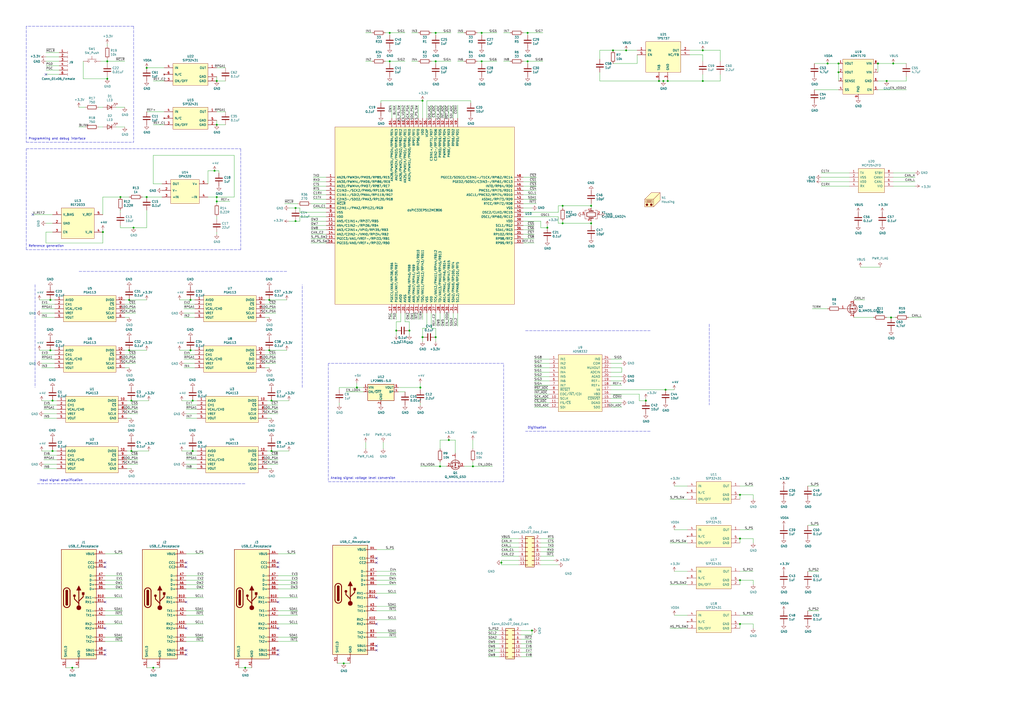
<source format=kicad_sch>
(kicad_sch (version 20211123) (generator eeschema)
  (paper "A2")
  (junction (at 306.07 19.05))
  (junction (at 229.87 191.77))
  (junction (at 142.24 387.35))
  (junction (at 326.39 119.38))
  (junction (at 110.49 173.99))
  (junction (at 514.35 46.99))
  (junction (at 243.84 224.79))
  (junction (at 226.06 35.56))
  (junction (at 171.45 120.65))
  (junction (at 486.41 41.91))
  (junction (at 157.48 232.41))
  (junction (at 125.73 72.39))
  (junction (at 255.27 270.51))
  (junction (at 77.47 132.08))
  (junction (at 355.6 29.21))
  (junction (at 29.21 173.99))
  (junction (at 85.09 114.3))
  (junction (at 199.39 384.81))
  (junction (at 516.89 184.15))
  (junction (at 509.27 36.83))
  (junction (at 342.9 129.54))
  (junction (at 226.06 19.05))
  (junction (at 237.49 191.77))
  (junction (at 245.11 58.42))
  (junction (at 308.61 365.76))
  (junction (at 363.22 29.21))
  (junction (at 41.91 387.35))
  (junction (at 407.67 46.99))
  (junction (at 111.76 261.62))
  (junction (at 125.73 114.3))
  (junction (at 480.06 36.83))
  (junction (at 207.01 224.79))
  (junction (at 382.27 46.99))
  (junction (at 74.93 203.2))
  (junction (at 30.48 232.41))
  (junction (at 171.45 128.27))
  (junction (at 62.23 35.56))
  (junction (at 125.73 116.84))
  (junction (at 124.46 99.06))
  (junction (at 76.2 261.62))
  (junction (at 125.73 46.99))
  (junction (at 252.73 35.56))
  (junction (at 59.69 134.62))
  (junction (at 62.23 45.72))
  (junction (at 157.48 261.62))
  (junction (at 279.4 35.56))
  (junction (at 429.26 287.02))
  (junction (at 386.08 226.06))
  (junction (at 274.32 270.51))
  (junction (at 387.35 46.99))
  (junction (at 245.11 195.58))
  (junction (at 290.83 326.39))
  (junction (at 30.48 261.62))
  (junction (at 156.21 173.99))
  (junction (at 429.26 361.95))
  (junction (at 74.93 173.99))
  (junction (at 110.49 203.2))
  (junction (at 429.26 312.42))
  (junction (at 88.9 387.35))
  (junction (at 306.07 35.56))
  (junction (at 252.73 19.05))
  (junction (at 76.2 232.41))
  (junction (at 384.81 46.99))
  (junction (at 326.39 129.54))
  (junction (at 69.85 114.3))
  (junction (at 342.9 119.38))
  (junction (at 317.5 132.08))
  (junction (at 429.26 336.55))
  (junction (at 111.76 232.41))
  (junction (at 486.41 36.83))
  (junction (at 279.4 19.05))
  (junction (at 29.21 203.2))
  (junction (at 518.16 36.83))
  (junction (at 252.73 195.58))
  (junction (at 374.65 232.41))
  (junction (at 407.67 29.21))
  (junction (at 156.21 203.2))
  (junction (at 260.35 255.27))
  (junction (at 85.09 39.37))
  (no_connect (at 218.44 323.85))
  (no_connect (at 218.44 326.39))
  (no_connect (at 107.95 328.93))
  (no_connect (at 107.95 326.39))
  (no_connect (at 161.29 326.39))
  (no_connect (at 161.29 328.93))
  (no_connect (at 60.96 377.19))
  (no_connect (at 218.44 374.65))
  (no_connect (at 218.44 377.19))
  (no_connect (at 218.44 361.95))
  (no_connect (at 218.44 346.71))
  (no_connect (at 60.96 379.73))
  (no_connect (at 60.96 349.25))
  (no_connect (at 107.95 364.49))
  (no_connect (at 107.95 377.19))
  (no_connect (at 107.95 379.73))
  (no_connect (at 107.95 349.25))
  (no_connect (at 161.29 377.19))
  (no_connect (at 161.29 379.73))
  (no_connect (at 161.29 349.25))
  (no_connect (at 161.29 364.49))
  (no_connect (at 19.05 124.46))
  (no_connect (at 60.96 364.49))
  (no_connect (at 26.67 43.18))
  (no_connect (at 60.96 326.39))
  (no_connect (at 60.96 328.93))
  (wire (pts (xy 279.4 35.56) (xy 279.4 36.83)))
  (wire (pts (xy 173.99 125.73) (xy 173.99 128.27)))
  (wire (pts (xy 382.27 46.99) (xy 347.98 46.99)))
  (wire (pts (xy 157.48 261.62) (xy 167.64 261.62)))
  (wire (pts (xy 530.86 100.33) (xy 518.16 100.33)))
  (wire (pts (xy 125.73 127) (xy 125.73 125.73)))
  (wire (pts (xy 388.62 289.56) (xy 398.78 289.56)))
  (wire (pts (xy 342.9 129.54) (xy 342.9 130.81)))
  (wire (pts (xy 243.84 222.25) (xy 243.84 224.79)))
  (wire (pts (xy 227.33 181.61) (xy 227.33 185.42)))
  (wire (pts (xy 157.48 271.78) (xy 154.94 271.78)))
  (wire (pts (xy 110.49 173.99) (xy 113.03 173.99)))
  (wire (pts (xy 311.15 115.57) (xy 303.53 115.57)))
  (wire (pts (xy 85.09 39.37) (xy 95.25 39.37)))
  (wire (pts (xy 167.64 120.65) (xy 171.45 120.65)))
  (wire (pts (xy 273.05 59.69) (xy 273.05 58.42)))
  (wire (pts (xy 26.67 33.02) (xy 34.29 33.02)))
  (wire (pts (xy 237.49 60.96) (xy 237.49 68.58)))
  (wire (pts (xy 210.82 227.33) (xy 200.66 227.33)))
  (wire (pts (xy 107.95 269.24) (xy 114.3 269.24)))
  (wire (pts (xy 309.88 213.36) (xy 318.77 213.36)))
  (wire (pts (xy 342.9 129.54) (xy 326.39 129.54)))
  (wire (pts (xy 407.67 43.18) (xy 407.67 46.99)))
  (wire (pts (xy 530.86 107.95) (xy 518.16 107.95)))
  (wire (pts (xy 309.88 208.28) (xy 318.77 208.28)))
  (wire (pts (xy 106.68 179.07) (xy 113.03 179.07)))
  (wire (pts (xy 363.22 29.21) (xy 369.57 29.21)))
  (wire (pts (xy 407.67 35.56) (xy 407.67 31.75)))
  (wire (pts (xy 71.12 336.55) (xy 60.96 336.55)))
  (wire (pts (xy 181.61 105.41) (xy 189.23 105.41)))
  (wire (pts (xy 274.32 270.51) (xy 269.24 270.51)))
  (wire (pts (xy 436.88 356.87) (xy 429.26 356.87)))
  (wire (pts (xy 347.98 29.21) (xy 347.98 34.29)))
  (wire (pts (xy 172.72 354.33) (xy 161.29 354.33)))
  (wire (pts (xy 309.88 236.22) (xy 318.77 236.22)))
  (wire (pts (xy 407.67 29.21) (xy 417.83 29.21)))
  (wire (pts (xy 125.73 135.89) (xy 125.73 134.62)))
  (wire (pts (xy 257.81 60.96) (xy 257.81 68.58)))
  (wire (pts (xy 323.85 119.38) (xy 326.39 119.38)))
  (wire (pts (xy 243.84 224.79) (xy 243.84 226.06)))
  (wire (pts (xy 342.9 128.27) (xy 342.9 129.54)))
  (wire (pts (xy 486.41 52.07) (xy 472.44 52.07)))
  (wire (pts (xy 24.13 261.62) (xy 30.48 261.62)))
  (wire (pts (xy 111.76 232.41) (xy 114.3 232.41)))
  (wire (pts (xy 260.35 255.27) (xy 264.16 255.27)))
  (wire (pts (xy 88.9 90.17) (xy 135.89 90.17)))
  (wire (pts (xy 130.81 72.39) (xy 125.73 72.39)))
  (wire (pts (xy 156.21 213.36) (xy 153.67 213.36)))
  (wire (pts (xy 118.11 334.01) (xy 107.95 334.01)))
  (wire (pts (xy 495.3 184.15) (xy 506.73 184.15)))
  (wire (pts (xy 274.32 270.51) (xy 285.75 270.51)))
  (wire (pts (xy 309.88 220.98) (xy 318.77 220.98)))
  (wire (pts (xy 125.73 118.11) (xy 125.73 116.84)))
  (wire (pts (xy 106.68 176.53) (xy 113.03 176.53)))
  (polyline (pts (xy 292.1 210.82) (xy 190.5 210.82)))
  (wire (pts (xy 309.88 226.06) (xy 318.77 226.06)))
  (wire (pts (xy 519.43 184.15) (xy 516.89 184.15)))
  (wire (pts (xy 303.53 19.05) (xy 306.07 19.05)))
  (wire (pts (xy 429.26 364.49) (xy 429.26 361.95)))
  (wire (pts (xy 29.21 173.99) (xy 31.75 173.99)))
  (wire (pts (xy 400.05 29.21) (xy 407.67 29.21)))
  (wire (pts (xy 48.26 35.56) (xy 48.26 45.72)))
  (polyline (pts (xy 15.24 86.36) (xy 139.7 86.36)))
  (wire (pts (xy 30.48 232.41) (xy 33.02 232.41)))
  (wire (pts (xy 237.49 186.69) (xy 237.49 191.77)))
  (wire (pts (xy 234.95 60.96) (xy 234.95 68.58)))
  (wire (pts (xy 33.02 271.78) (xy 25.4 271.78)))
  (wire (pts (xy 59.69 114.3) (xy 59.69 124.46)))
  (wire (pts (xy 407.67 31.75) (xy 400.05 31.75)))
  (wire (pts (xy 181.61 115.57) (xy 189.23 115.57)))
  (wire (pts (xy 161.29 346.71) (xy 172.72 346.71)))
  (wire (pts (xy 309.88 228.6) (xy 318.77 228.6)))
  (wire (pts (xy 76.2 232.41) (xy 86.36 232.41)))
  (wire (pts (xy 255.27 255.27) (xy 260.35 255.27)))
  (wire (pts (xy 486.41 46.99) (xy 486.41 41.91)))
  (polyline (pts (xy 190.5 279.4) (xy 292.1 279.4)))
  (wire (pts (xy 26.67 40.64) (xy 34.29 40.64)))
  (wire (pts (xy 290.83 312.42) (xy 300.99 312.42)))
  (wire (pts (xy 309.88 140.97) (xy 303.53 140.97)))
  (wire (pts (xy 196.85 224.79) (xy 207.01 224.79)))
  (wire (pts (xy 74.93 203.2) (xy 85.09 203.2)))
  (wire (pts (xy 71.12 369.57) (xy 60.96 369.57)))
  (wire (pts (xy 62.23 34.29) (xy 62.23 35.56)))
  (wire (pts (xy 171.45 321.31) (xy 161.29 321.31)))
  (wire (pts (xy 436.88 287.02) (xy 436.88 289.56)))
  (wire (pts (xy 525.78 46.99) (xy 525.78 44.45)))
  (wire (pts (xy 25.4 266.7) (xy 33.02 266.7)))
  (wire (pts (xy 26.67 129.54) (xy 30.48 129.54)))
  (wire (pts (xy 308.61 370.84) (xy 302.26 370.84)))
  (wire (pts (xy 229.87 369.57) (xy 218.44 369.57)))
  (wire (pts (xy 360.68 236.22) (xy 354.33 236.22)))
  (wire (pts (xy 311.15 110.49) (xy 303.53 110.49)))
  (wire (pts (xy 290.83 325.12) (xy 290.83 326.39)))
  (wire (pts (xy 436.88 281.94) (xy 429.26 281.94)))
  (wire (pts (xy 474.98 304.8) (xy 468.63 304.8)))
  (wire (pts (xy 110.49 203.2) (xy 113.03 203.2)))
  (wire (pts (xy 265.43 19.05) (xy 269.24 19.05)))
  (wire (pts (xy 127 99.06) (xy 127 100.33)))
  (polyline (pts (xy 411.48 187.96) (xy 411.48 234.95)))
  (wire (pts (xy 130.81 46.99) (xy 125.73 46.99)))
  (wire (pts (xy 74.93 114.3) (xy 69.85 114.3)))
  (wire (pts (xy 173.99 123.19) (xy 173.99 120.65)))
  (wire (pts (xy 391.16 307.34) (xy 398.78 307.34)))
  (wire (pts (xy 24.13 205.74) (xy 31.75 205.74)))
  (wire (pts (xy 321.31 320.04) (xy 313.69 320.04)))
  (wire (pts (xy 180.34 135.89) (xy 189.23 135.89)))
  (wire (pts (xy 308.61 375.92) (xy 302.26 375.92)))
  (wire (pts (xy 25.4 234.95) (xy 33.02 234.95)))
  (wire (pts (xy 157.48 242.57) (xy 154.94 242.57)))
  (wire (pts (xy 534.67 184.15) (xy 527.05 184.15)))
  (wire (pts (xy 67.31 62.23) (xy 72.39 62.23)))
  (wire (pts (xy 326.39 129.54) (xy 326.39 128.27)))
  (wire (pts (xy 232.41 60.96) (xy 232.41 68.58)))
  (wire (pts (xy 71.12 321.31) (xy 60.96 321.31)))
  (wire (pts (xy 229.87 354.33) (xy 218.44 354.33)))
  (wire (pts (xy 354.33 226.06) (xy 386.08 226.06)))
  (wire (pts (xy 509.27 41.91) (xy 509.27 36.83)))
  (wire (pts (xy 387.35 46.99) (xy 407.67 46.99)))
  (wire (pts (xy 303.53 120.65) (xy 308.61 120.65)))
  (wire (pts (xy 71.12 354.33) (xy 60.96 354.33)))
  (wire (pts (xy 290.83 317.5) (xy 300.99 317.5)))
  (wire (pts (xy 105.41 261.62) (xy 111.76 261.62)))
  (wire (pts (xy 88.9 46.99) (xy 95.25 46.99)))
  (wire (pts (xy 354.33 228.6) (xy 370.84 228.6)))
  (wire (pts (xy 436.88 312.42) (xy 436.88 314.96)))
  (wire (pts (xy 374.65 231.14) (xy 374.65 232.41)))
  (wire (pts (xy 76.2 242.57) (xy 73.66 242.57)))
  (wire (pts (xy 231.14 227.33) (xy 234.95 227.33)))
  (wire (pts (xy 518.16 36.83) (xy 525.78 36.83)))
  (wire (pts (xy 69.85 132.08) (xy 69.85 130.81)))
  (wire (pts (xy 252.73 181.61) (xy 252.73 189.23)))
  (wire (pts (xy 118.11 321.31) (xy 107.95 321.31)))
  (wire (pts (xy 290.83 325.12) (xy 300.99 325.12)))
  (wire (pts (xy 279.4 20.32) (xy 279.4 19.05)))
  (wire (pts (xy 118.11 339.09) (xy 107.95 339.09)))
  (wire (pts (xy 172.72 372.11) (xy 161.29 372.11)))
  (wire (pts (xy 232.41 181.61) (xy 232.41 186.69)))
  (wire (pts (xy 153.67 173.99) (xy 156.21 173.99)))
  (wire (pts (xy 290.83 320.04) (xy 300.99 320.04)))
  (wire (pts (xy 199.39 384.81) (xy 203.2 384.81)))
  (wire (pts (xy 231.14 224.79) (xy 243.84 224.79)))
  (wire (pts (xy 313.69 132.08) (xy 317.5 132.08)))
  (wire (pts (xy 360.68 220.98) (xy 354.33 220.98)))
  (wire (pts (xy 142.24 387.35) (xy 146.05 387.35)))
  (wire (pts (xy 429.26 287.02) (xy 436.88 287.02)))
  (polyline (pts (xy 304.8 191.77) (xy 377.19 191.77)))
  (wire (pts (xy 212.09 19.05) (xy 215.9 19.05)))
  (wire (pts (xy 125.73 39.37) (xy 130.81 39.37)))
  (wire (pts (xy 355.6 36.83) (xy 369.57 36.83)))
  (wire (pts (xy 212.09 35.56) (xy 215.9 35.56)))
  (wire (pts (xy 105.41 232.41) (xy 111.76 232.41)))
  (wire (pts (xy 326.39 119.38) (xy 342.9 119.38)))
  (wire (pts (xy 62.23 36.83) (xy 62.23 35.56)))
  (wire (pts (xy 308.61 378.46) (xy 302.26 378.46)))
  (wire (pts (xy 342.9 120.65) (xy 342.9 119.38)))
  (wire (pts (xy 114.3 242.57) (xy 107.95 242.57)))
  (wire (pts (xy 486.41 41.91) (xy 486.41 36.83)))
  (wire (pts (xy 311.15 105.41) (xy 303.53 105.41)))
  (wire (pts (xy 355.6 29.21) (xy 347.98 29.21)))
  (wire (pts (xy 480.06 36.83) (xy 486.41 36.83)))
  (wire (pts (xy 237.49 191.77) (xy 237.49 194.31)))
  (wire (pts (xy 57.15 73.66) (xy 59.69 73.66)))
  (wire (pts (xy 107.95 264.16) (xy 114.3 264.16)))
  (wire (pts (xy 153.67 181.61) (xy 160.02 181.61)))
  (wire (pts (xy 72.39 210.82) (xy 78.74 210.82)))
  (wire (pts (xy 180.34 140.97) (xy 189.23 140.97)))
  (wire (pts (xy 370.84 232.41) (xy 374.65 232.41)))
  (wire (pts (xy 229.87 339.09) (xy 218.44 339.09)))
  (wire (pts (xy 69.85 121.92) (xy 69.85 123.19)))
  (wire (pts (xy 245.11 58.42) (xy 220.98 58.42)))
  (wire (pts (xy 386.08 226.06) (xy 391.16 226.06)))
  (wire (pts (xy 283.21 375.92) (xy 289.56 375.92)))
  (wire (pts (xy 313.69 325.12) (xy 321.31 325.12)))
  (wire (pts (xy 317.5 130.81) (xy 317.5 132.08)))
  (wire (pts (xy 283.21 373.38) (xy 289.56 373.38)))
  (wire (pts (xy 429.26 289.56) (xy 429.26 287.02)))
  (wire (pts (xy 157.48 232.41) (xy 167.64 232.41)))
  (wire (pts (xy 172.72 369.57) (xy 161.29 369.57)))
  (wire (pts (xy 360.68 213.36) (xy 354.33 213.36)))
  (wire (pts (xy 82.55 114.3) (xy 85.09 114.3)))
  (wire (pts (xy 45.72 62.23) (xy 49.53 62.23)))
  (polyline (pts (xy 15.24 82.55) (xy 77.47 82.55)))
  (wire (pts (xy 106.68 208.28) (xy 113.03 208.28)))
  (wire (pts (xy 72.39 208.28) (xy 78.74 208.28)))
  (wire (pts (xy 107.95 271.78) (xy 114.3 271.78)))
  (wire (pts (xy 72.39 181.61) (xy 78.74 181.61)))
  (wire (pts (xy 181.61 110.49) (xy 189.23 110.49)))
  (wire (pts (xy 303.53 123.19) (xy 323.85 123.19)))
  (wire (pts (xy 257.81 181.61) (xy 257.81 189.23)))
  (wire (pts (xy 309.88 215.9) (xy 318.77 215.9)))
  (wire (pts (xy 189.23 118.11) (xy 180.34 118.11)))
  (wire (pts (xy 255.27 181.61) (xy 255.27 189.23)))
  (wire (pts (xy 154.94 266.7) (xy 161.29 266.7)))
  (wire (pts (xy 308.61 368.3) (xy 302.26 368.3)))
  (wire (pts (xy 391.16 331.47) (xy 398.78 331.47)))
  (wire (pts (xy 25.4 264.16) (xy 33.02 264.16)))
  (wire (pts (xy 308.61 365.76) (xy 302.26 365.76)))
  (wire (pts (xy 125.73 64.77) (xy 130.81 64.77)))
  (wire (pts (xy 106.68 205.74) (xy 113.03 205.74)))
  (wire (pts (xy 499.11 154.94) (xy 510.54 154.94)))
  (wire (pts (xy 417.83 29.21) (xy 417.83 35.56)))
  (wire (pts (xy 279.4 19.05) (xy 288.29 19.05)))
  (wire (pts (xy 326.39 120.65) (xy 326.39 119.38)))
  (wire (pts (xy 172.72 334.01) (xy 161.29 334.01)))
  (wire (pts (xy 429.26 312.42) (xy 436.88 312.42)))
  (wire (pts (xy 474.98 281.94) (xy 468.63 281.94)))
  (polyline (pts (xy 292.1 279.4) (xy 292.1 210.82)))
  (wire (pts (xy 77.47 132.08) (xy 69.85 132.08)))
  (wire (pts (xy 85.09 132.08) (xy 77.47 132.08)))
  (wire (pts (xy 71.12 346.71) (xy 60.96 346.71)))
  (wire (pts (xy 323.85 327.66) (xy 313.69 327.66)))
  (wire (pts (xy 238.76 19.05) (xy 242.57 19.05)))
  (wire (pts (xy 250.19 190.5) (xy 252.73 190.5)))
  (wire (pts (xy 429.26 339.09) (xy 429.26 336.55)))
  (wire (pts (xy 360.68 233.68) (xy 354.33 233.68)))
  (wire (pts (xy 252.73 20.32) (xy 252.73 19.05)))
  (wire (pts (xy 173.99 128.27) (xy 171.45 128.27)))
  (wire (pts (xy 118.11 372.11) (xy 107.95 372.11)))
  (wire (pts (xy 72.39 179.07) (xy 78.74 179.07)))
  (wire (pts (xy 509.27 46.99) (xy 514.35 46.99)))
  (wire (pts (xy 76.2 271.78) (xy 73.66 271.78)))
  (wire (pts (xy 342.9 119.38) (xy 342.9 118.11)))
  (wire (pts (xy 196.85 233.68) (xy 196.85 234.95)))
  (wire (pts (xy 313.69 128.27) (xy 313.69 132.08)))
  (wire (pts (xy 388.62 339.09) (xy 398.78 339.09)))
  (wire (pts (xy 382.27 46.99) (xy 384.81 46.99)))
  (wire (pts (xy 290.83 327.66) (xy 300.99 327.66)))
  (wire (pts (xy 172.72 339.09) (xy 161.29 339.09)))
  (wire (pts (xy 106.68 181.61) (xy 113.03 181.61)))
  (wire (pts (xy 303.53 107.95) (xy 311.15 107.95)))
  (wire (pts (xy 309.88 138.43) (xy 303.53 138.43)))
  (wire (pts (xy 71.12 341.63) (xy 60.96 341.63)))
  (wire (pts (xy 229.87 344.17) (xy 218.44 344.17)))
  (wire (pts (xy 154.94 237.49) (xy 161.29 237.49)))
  (wire (pts (xy 238.76 35.56) (xy 242.57 35.56)))
  (wire (pts (xy 321.31 312.42) (xy 313.69 312.42)))
  (wire (pts (xy 223.52 35.56) (xy 226.06 35.56)))
  (wire (pts (xy 360.68 223.52) (xy 354.33 223.52)))
  (wire (pts (xy 474.98 354.33) (xy 468.63 354.33)))
  (wire (pts (xy 436.88 307.34) (xy 429.26 307.34)))
  (wire (pts (xy 118.11 346.71) (xy 107.95 346.71)))
  (wire (pts (xy 436.88 331.47) (xy 429.26 331.47)))
  (wire (pts (xy 104.14 173.99) (xy 110.49 173.99)))
  (wire (pts (xy 311.15 102.87) (xy 303.53 102.87)))
  (wire (pts (xy 265.43 60.96) (xy 265.43 68.58)))
  (wire (pts (xy 165.1 118.11) (xy 172.72 118.11)))
  (wire (pts (xy 127 99.06) (xy 124.46 99.06)))
  (wire (pts (xy 154.94 232.41) (xy 157.48 232.41)))
  (wire (pts (xy 26.67 35.56) (xy 34.29 35.56)))
  (wire (pts (xy 124.46 99.06) (xy 120.65 99.06)))
  (wire (pts (xy 181.61 107.95) (xy 189.23 107.95)))
  (wire (pts (xy 321.31 314.96) (xy 313.69 314.96)))
  (wire (pts (xy 73.66 240.03) (xy 80.01 240.03)))
  (wire (pts (xy 138.43 387.35) (xy 142.24 387.35)))
  (wire (pts (xy 417.83 46.99) (xy 417.83 43.18)))
  (wire (pts (xy 306.07 19.05) (xy 314.96 19.05)))
  (wire (pts (xy 309.88 231.14) (xy 318.77 231.14)))
  (wire (pts (xy 161.29 341.63) (xy 172.72 341.63)))
  (wire (pts (xy 180.34 138.43) (xy 189.23 138.43)))
  (wire (pts (xy 360.68 215.9) (xy 354.33 215.9)))
  (wire (pts (xy 262.89 181.61) (xy 262.89 189.23)))
  (wire (pts (xy 265.43 189.23) (xy 265.43 181.61)))
  (wire (pts (xy 242.57 181.61) (xy 242.57 185.42)))
  (wire (pts (xy 252.73 190.5) (xy 252.73 195.58)))
  (wire (pts (xy 113.03 184.15) (xy 106.68 184.15)))
  (wire (pts (xy 226.06 20.32) (xy 226.06 19.05)))
  (wire (pts (xy 212.09 256.54) (xy 212.09 260.35)))
  (wire (pts (xy 360.68 210.82) (xy 354.33 210.82)))
  (wire (pts (xy 106.68 210.82) (xy 113.03 210.82)))
  (wire (pts (xy 88.9 387.35) (xy 92.71 387.35)))
  (wire (pts (xy 135.89 90.17) (xy 135.89 114.3)))
  (wire (pts (xy 260.35 60.96) (xy 260.35 68.58)))
  (polyline (pts (xy 15.24 15.24) (xy 15.24 82.55)))
  (wire (pts (xy 223.52 19.05) (xy 226.06 19.05)))
  (wire (pts (xy 290.83 326.39) (xy 290.83 327.66)))
  (wire (pts (xy 255.27 270.51) (xy 259.08 270.51)))
  (wire (pts (xy 476.25 100.33) (xy 492.76 100.33)))
  (wire (pts (xy 292.1 19.05) (xy 295.91 19.05)))
  (wire (pts (xy 73.66 237.49) (xy 80.01 237.49)))
  (wire (pts (xy 161.29 336.55) (xy 172.72 336.55)))
  (wire (pts (xy 125.73 114.3) (xy 135.89 114.3)))
  (wire (pts (xy 76.2 261.62) (xy 86.36 261.62)))
  (wire (pts (xy 252.73 198.12) (xy 252.73 195.58)))
  (wire (pts (xy 229.87 331.47) (xy 218.44 331.47)))
  (wire (pts (xy 107.95 237.49) (xy 114.3 237.49)))
  (wire (pts (xy 118.11 336.55) (xy 107.95 336.55)))
  (wire (pts (xy 181.61 120.65) (xy 189.23 120.65)))
  (wire (pts (xy 229.87 191.77) (xy 229.87 194.31)))
  (wire (pts (xy 104.14 203.2) (xy 110.49 203.2)))
  (wire (pts (xy 153.67 208.28) (xy 160.02 208.28)))
  (wire (pts (xy 274.32 255.27) (xy 274.32 260.35)))
  (wire (pts (xy 195.58 384.81) (xy 199.39 384.81)))
  (wire (pts (xy 173.99 125.73) (xy 189.23 125.73)))
  (wire (pts (xy 207.01 222.25) (xy 207.01 224.79)))
  (wire (pts (xy 229.87 60.96) (xy 229.87 68.58)))
  (wire (pts (xy 73.66 234.95) (xy 80.01 234.95)))
  (wire (pts (xy 247.65 190.5) (xy 245.11 190.5)))
  (wire (pts (xy 321.31 317.5) (xy 313.69 317.5)))
  (wire (pts (xy 476.25 102.87) (xy 492.76 102.87)))
  (wire (pts (xy 25.4 269.24) (xy 33.02 269.24)))
  (wire (pts (xy 154.94 234.95) (xy 161.29 234.95)))
  (wire (pts (xy 24.13 176.53) (xy 31.75 176.53)))
  (wire (pts (xy 226.06 35.56) (xy 226.06 36.83)))
  (wire (pts (xy 154.94 264.16) (xy 161.29 264.16)))
  (wire (pts (xy 530.86 102.87) (xy 518.16 102.87)))
  (wire (pts (xy 240.03 181.61) (xy 240.03 185.42)))
  (wire (pts (xy 153.67 179.07) (xy 160.02 179.07)))
  (wire (pts (xy 369.57 36.83) (xy 369.57 31.75)))
  (wire (pts (xy 240.03 60.96) (xy 240.03 68.58)))
  (wire (pts (xy 125.73 116.84) (xy 125.73 114.3)))
  (wire (pts (xy 309.88 133.35) (xy 303.53 133.35)))
  (wire (pts (xy 153.67 176.53) (xy 160.02 176.53)))
  (wire (pts (xy 255.27 260.35) (xy 255.27 255.27)))
  (wire (pts (xy 306.07 20.32) (xy 306.07 19.05)))
  (polyline (pts (xy 15.24 144.78) (xy 15.24 86.36)))
  (wire (pts (xy 436.88 336.55) (xy 436.88 339.09)))
  (wire (pts (xy 229.87 334.01) (xy 218.44 334.01)))
  (wire (pts (xy 72.39 176.53) (xy 78.74 176.53)))
  (wire (pts (xy 261.62 35.56) (xy 252.73 35.56)))
  (wire (pts (xy 73.66 232.41) (xy 76.2 232.41)))
  (wire (pts (xy 232.41 186.69) (xy 229.87 186.69)))
  (wire (pts (xy 250.19 181.61) (xy 250.19 190.5)))
  (wire (pts (xy 388.62 314.96) (xy 398.78 314.96)))
  (wire (pts (xy 31.75 184.15) (xy 24.13 184.15)))
  (wire (pts (xy 255.27 267.97) (xy 255.27 270.51)))
  (wire (pts (xy 173.99 120.65) (xy 171.45 120.65)))
  (wire (pts (xy 495.3 173.99) (xy 501.65 173.99)))
  (wire (pts (xy 370.84 228.6) (xy 370.84 232.41)))
  (wire (pts (xy 22.86 173.99) (xy 29.21 173.99)))
  (wire (pts (xy 154.94 240.03) (xy 161.29 240.03)))
  (polyline (pts (xy 190.5 210.82) (xy 190.5 279.4)))
  (wire (pts (xy 118.11 361.95) (xy 107.95 361.95)))
  (wire (pts (xy 530.86 105.41) (xy 518.16 105.41)))
  (wire (pts (xy 45.72 73.66) (xy 49.53 73.66)))
  (wire (pts (xy 514.35 46.99) (xy 525.78 46.99)))
  (wire (pts (xy 313.69 322.58) (xy 321.31 322.58)))
  (wire (pts (xy 156.21 184.15) (xy 153.67 184.15)))
  (wire (pts (xy 360.68 231.14) (xy 354.33 231.14)))
  (wire (pts (xy 309.88 218.44) (xy 318.77 218.44)))
  (wire (pts (xy 283.21 381) (xy 289.56 381)))
  (wire (pts (xy 229.87 186.69) (xy 229.87 191.77)))
  (wire (pts (xy 303.53 128.27) (xy 313.69 128.27)))
  (wire (pts (xy 289.56 365.76) (xy 283.21 365.76)))
  (wire (pts (xy 429.26 314.96) (xy 429.26 312.42)))
  (wire (pts (xy 407.67 46.99) (xy 417.83 46.99)))
  (wire (pts (xy 26.67 43.18) (xy 34.29 43.18)))
  (wire (pts (xy 153.67 203.2) (xy 156.21 203.2)))
  (wire (pts (xy 60.96 356.87) (xy 71.12 356.87)))
  (wire (pts (xy 156.21 173.99) (xy 166.37 173.99)))
  (wire (pts (xy 154.94 261.62) (xy 157.48 261.62)))
  (wire (pts (xy 323.85 129.54) (xy 326.39 129.54)))
  (wire (pts (xy 24.13 232.41) (xy 30.48 232.41)))
  (wire (pts (xy 180.34 128.27) (xy 189.23 128.27)))
  (wire (pts (xy 311.15 118.11) (xy 303.53 118.11)))
  (wire (pts (xy 73.66 266.7) (xy 80.01 266.7)))
  (wire (pts (xy 247.65 181.61) (xy 247.65 190.5)))
  (wire (pts (xy 388.62 364.49) (xy 398.78 364.49)))
  (wire (pts (xy 391.16 281.94) (xy 398.78 281.94)))
  (wire (pts (xy 308.61 381) (xy 302.26 381)))
  (wire (pts (xy 252.73 35.56) (xy 252.73 36.83)))
  (wire (pts (xy 262.89 60.96) (xy 262.89 68.58)))
  (wire (pts (xy 525.78 52.07) (xy 509.27 52.07)))
  (wire (pts (xy 250.19 35.56) (xy 252.73 35.56)))
  (wire (pts (xy 118.11 341.63) (xy 107.95 341.63)))
  (wire (pts (xy 62.23 35.56) (xy 72.39 35.56)))
  (wire (pts (xy 245.11 198.12) (xy 245.11 195.58)))
  (wire (pts (xy 476.25 105.41) (xy 492.76 105.41)))
  (wire (pts (xy 311.15 113.03) (xy 303.53 113.03)))
  (wire (pts (xy 264.16 255.27) (xy 264.16 262.89)))
  (wire (pts (xy 292.1 35.56) (xy 295.91 35.56)))
  (wire (pts (xy 274.32 267.97) (xy 274.32 270.51)))
  (wire (pts (xy 181.61 102.87) (xy 189.23 102.87)))
  (wire (pts (xy 62.23 44.45) (xy 62.23 45.72)))
  (polyline (pts (xy 77.47 15.24) (xy 77.47 82.55)))
  (wire (pts (xy 73.66 261.62) (xy 76.2 261.62)))
  (wire (pts (xy 220.98 59.69) (xy 220.98 58.42)))
  (wire (pts (xy 245.11 190.5) (xy 245.11 195.58)))
  (wire (pts (xy 26.67 140.97) (xy 59.69 140.97)))
  (wire (pts (xy 226.06 19.05) (xy 234.95 19.05)))
  (wire (pts (xy 180.34 133.35) (xy 189.23 133.35)))
  (wire (pts (xy 74.93 173.99) (xy 85.09 173.99)))
  (wire (pts (xy 167.64 128.27) (xy 171.45 128.27)))
  (wire (pts (xy 26.67 134.62) (xy 26.67 140.97)))
  (polyline (pts (xy 166.37 157.48) (xy 45.72 157.48)))
  (wire (pts (xy 429.26 336.55) (xy 436.88 336.55)))
  (wire (pts (xy 247.65 58.42) (xy 247.65 68.58)))
  (wire (pts (xy 74.93 184.15) (xy 72.39 184.15)))
  (wire (pts (xy 153.67 210.82) (xy 160.02 210.82)))
  (wire (pts (xy 107.95 266.7) (xy 114.3 266.7)))
  (wire (pts (xy 288.29 35.56) (xy 279.4 35.56)))
  (wire (pts (xy 85.09 64.77) (xy 95.25 64.77)))
  (wire (pts (xy 289.56 370.84) (xy 283.21 370.84)))
  (wire (pts (xy 106.68 213.36) (xy 113.03 213.36)))
  (wire (pts (xy 62.23 26.67) (xy 62.23 25.4)))
  (wire (pts (xy 118.11 356.87) (xy 107.95 356.87)))
  (wire (pts (xy 391.16 356.87) (xy 398.78 356.87)))
  (wire (pts (xy 58.42 35.56) (xy 62.23 35.56)))
  (wire (pts (xy 273.05 58.42) (xy 247.65 58.42)))
  (wire (pts (xy 516.89 184.15) (xy 514.35 184.15)))
  (wire (pts (xy 73.66 269.24) (xy 80.01 269.24)))
  (wire (pts (xy 347.98 46.99) (xy 347.98 41.91)))
  (wire (pts (xy 24.13 179.07) (xy 31.75 179.07)))
  (wire (pts (xy 309.88 233.68) (xy 318.77 233.68)))
  (wire (pts (xy 38.1 387.35) (xy 41.91 387.35)))
  (wire (pts (xy 120.65 99.06) (xy 120.65 106.68)))
  (wire (pts (xy 85.09 121.92) (xy 85.09 132.08)))
  (wire (pts (xy 26.67 38.1) (xy 34.29 38.1)))
  (wire (pts (xy 250.19 19.05) (xy 252.73 19.05)))
  (wire (pts (xy 289.56 368.3) (xy 283.21 368.3)))
  (wire (pts (xy 154.94 269.24) (xy 161.29 269.24)))
  (wire (pts (xy 181.61 113.03) (xy 189.23 113.03)))
  (polyline (pts (xy 377.19 250.19) (xy 304.8 250.19)))
  (wire (pts (xy 118.11 354.33) (xy 107.95 354.33)))
  (wire (pts (xy 59.69 133.35) (xy 59.69 134.62)))
  (wire (pts (xy 290.83 314.96) (xy 300.99 314.96)))
  (wire (pts (xy 228.6 318.77) (xy 218.44 318.77)))
  (wire (pts (xy 71.12 361.95) (xy 60.96 361.95)))
  (wire (pts (xy 24.13 208.28) (xy 31.75 208.28)))
  (polyline (pts (xy 139.7 144.78) (xy 15.24 144.78)))
  (wire (pts (xy 360.68 218.44) (xy 354.33 218.44)))
  (wire (pts (xy 73.66 264.16) (xy 80.01 264.16)))
  (wire (pts (xy 354.33 208.28) (xy 360.68 208.28)))
  (wire (pts (xy 303.53 35.56) (xy 306.07 35.56)))
  (wire (pts (xy 276.86 19.05) (xy 279.4 19.05)))
  (wire (pts (xy 69.85 114.3) (xy 59.69 114.3)))
  (wire (pts (xy 180.34 130.81) (xy 189.23 130.81)))
  (wire (pts (xy 323.85 123.19) (xy 323.85 119.38)))
  (wire (pts (xy 74.93 213.36) (xy 72.39 213.36)))
  (wire (pts (xy 229.87 351.79) (xy 218.44 351.79)))
  (wire (pts (xy 125.73 44.45) (xy 125.73 46.99)))
  (wire (pts (xy 309.88 130.81) (xy 303.53 130.81)))
  (wire (pts (xy 222.25 256.54) (xy 222.25 260.35)))
  (wire (pts (xy 234.95 186.69) (xy 237.49 186.69)))
  (wire (pts (xy 290.83 322.58) (xy 300.99 322.58)))
  (wire (pts (xy 245.11 58.42) (xy 245.11 68.58)))
  (wire (pts (xy 19.05 124.46) (xy 30.48 124.46)))
  (wire (pts (xy 26.67 134.62) (xy 30.48 134.62)))
  (wire (pts (xy 48.26 45.72) (xy 62.23 45.72)))
  (wire (pts (xy 265.43 35.56) (xy 269.24 35.56)))
  (wire (pts (xy 234.95 181.61) (xy 234.95 186.69)))
  (wire (pts (xy 172.72 356.87) (xy 161.29 356.87)))
  (wire (pts (xy 252.73 60.96) (xy 252.73 68.58)))
  (polyline (pts (xy 139.7 86.36) (xy 139.7 144.78)))
  (wire (pts (xy 88.9 72.39) (xy 95.25 72.39)))
  (wire (pts (xy 229.87 359.41) (xy 218.44 359.41)))
  (wire (pts (xy 245.11 185.42) (xy 245.11 181.61)))
  (wire (pts (xy 156.21 203.2) (xy 166.37 203.2)))
  (wire (pts (xy 323.85 125.73) (xy 323.85 129.54)))
  (wire (pts (xy 243.84 233.68) (xy 243.84 234.95)))
  (wire (pts (xy 229.87 367.03) (xy 218.44 367.03)))
  (wire (pts (xy 237.49 181.61) (xy 237.49 185.42)))
  (wire (pts (xy 59.69 140.97) (xy 59.69 134.62)))
  (wire (pts (xy 72.39 173.99) (xy 74.93 173.99)))
  (wire (pts (xy 218.44 336.55) (xy 229.87 336.55)))
  (wire (pts (xy 57.15 62.23) (xy 59.69 62.23)))
  (wire (pts (xy 72.39 203.2) (xy 74.93 203.2)))
  (wire (pts (xy 314.96 35.56) (xy 306.07 35.56)))
  (wire (pts (xy 207.01 224.79) (xy 210.82 224.79)))
  (wire (pts (xy 41.91 387.35) (xy 45.72 387.35)))
  (wire (pts (xy 107.95 234.95) (xy 114.3 234.95)))
  (wire (pts (xy 111.76 261.62) (xy 114.3 261.62)))
  (wire (pts (xy 260.35 189.23) (xy 260.35 181.61)))
  (wire (pts (xy 309.88 223.52) (xy 318.77 223.52)))
  (wire (pts (xy 234.95 35.56) (xy 226.06 35.56)))
  (wire (pts (xy 71.12 339.09) (xy 60.96 339.09)))
  (wire (pts (xy 309.88 210.82) (xy 318.77 210.82)))
  (wire (pts (xy 31.75 213.36) (xy 24.13 213.36)))
  (wire (pts (xy 85.09 114.3) (xy 93.98 114.3)))
  (polyline (pts (xy 20.32 165.1) (xy 20.32 224.79)))
  (wire (pts (xy 71.12 334.01) (xy 60.96 334.01)))
  (wire (pts (xy 67.31 73.66) (xy 72.39 73.66)))
  (wire (pts (xy 125.73 116.84) (xy 133.35 116.84)))
  (wire (pts (xy 276.86 35.56) (xy 279.4 35.56)))
  (wire (pts (xy 471.17 179.07) (xy 480.06 179.07)))
  (wire (pts (xy 255.27 60.96) (xy 255.27 68.58)))
  (wire (pts (xy 363.22 29.21) (xy 355.6 29.21)))
  (wire (pts (xy 85.09 387.35) (xy 88.9 387.35)))
  (wire (pts (xy 283.21 378.46) (xy 289.56 378.46)))
  (wire (pts (xy 509.27 36.83) (xy 518.16 36.83)))
  (wire (pts (xy 25.4 240.03) (xy 33.02 240.03)))
  (wire (pts (xy 88.9 90.17) (xy 88.9 106.68)))
  (wire (pts (xy 229.87 181.61) (xy 229.87 185.42)))
  (wire (pts (xy 429.26 361.95) (xy 436.88 361.95)))
  (wire (pts (xy 125.73 69.85) (xy 125.73 72.39)))
  (wire (pts (xy 24.13 210.82) (xy 31.75 210.82)))
  (wire (pts (xy 252.73 19.05) (xy 261.62 19.05)))
  (wire (pts (xy 436.88 361.95) (xy 436.88 364.49)))
  (wire (pts (xy 250.19 60.96) (xy 250.19 68.58)))
  (wire (pts (xy 227.33 60.96) (xy 227.33 68.58)))
  (wire (pts (xy 474.98 331.47) (xy 468.63 331.47)))
  (wire (pts (xy 308.61 365.76) (xy 308.61 368.3)))
  (wire (pts (xy 107.95 240.03) (xy 114.3 240.03)))
  (wire (pts (xy 173.99 123.19) (xy 189.23 123.19)))
  (wire (pts (xy 243.84 270.51) (xy 255.27 270.51)))
  (wire (pts (xy 242.57 60.96) (xy 242.57 68.58)))
  (wire (pts (xy 88.9 106.68) (xy 93.98 106.68)))
  (wire (pts (xy 309.88 135.89) (xy 303.53 135.89)))
  (wire (pts (xy 118.11 369.57) (xy 107.95 369.57)))
  (wire (pts (xy 72.39 205.74) (xy 78.74 205.74)))
  (wire (pts (xy 25.4 237.49) (xy 33.02 237.49)))
  (polyline (pts (xy 21.59 280.67) (xy 142.24 280.67)))
  (wire (pts (xy 384.81 46.99) (xy 387.35 46.99)))
  (wire (pts (xy 33.02 242.57) (xy 25.4 242.57)))
  (wire (pts (xy 303.53 125.73) (xy 323.85 125.73)))
  (wire (pts (xy 196.85 226.06) (xy 196.85 224.79)))
  (wire (pts (xy 360.68 213.36) (xy 360.68 215.9)))
  (wire (pts (xy 34.29 30.48) (xy 26.67 30.48)))
  (wire (pts (xy 30.48 261.62) (xy 33.02 261.62)))
  (wire (pts (xy 472.44 36.83) (xy 480.06 36.83)))
  (wire (pts (xy 71.12 372.11) (xy 60.96 372.11)))
  (wire (pts (xy 476.25 107.95) (xy 492.76 107.95)))
  (wire (pts (xy 24.13 181.61) (xy 31.75 181.61)))
  (polyline (pts (xy 77.47 15.24) (xy 15.24 15.24)))
  (wire (pts (xy 308.61 373.38) (xy 302.26 373.38)))
  (wire (pts (xy 22.86 203.2) (xy 29.21 203.2)))
  (wire (pts (xy 29.21 203.2) (xy 31.75 203.2)))
  (polyline (pts (xy 175.26 224.79) (xy 175.26 165.1)))
  (wire (pts (xy 120.65 114.3) (xy 125.73 114.3)))
  (wire (pts (xy 153.67 205.74) (xy 160.02 205.74)))
  (wire (pts (xy 306.07 35.56) (xy 306.07 36.83)))
  (wire (pts (xy 172.72 361.95) (xy 161.29 361.95)))
  (text "Reference generation" (at 16.51 143.51 0) (effects (font (size 1.27 1.27)) (justify left bottom)))
  (text "Digitisation" (at 306.07 248.92 0) (effects (font (size 1.27 1.27)) (justify left bottom)))
  (text "Input signal amplification" (at 22.86 279.4 0) (effects (font (size 1.27 1.27)) (justify left bottom)))
  (text "Analog signal voltage level conversion" (at 191.77 278.13 0) (effects (font (size 1.27 1.27)) (justify left bottom)))
  (text "Programming and debug interface" (at 16.51 81.28 0) (effects (font (size 1.27 1.27)) (justify left bottom)))
  (label "IN5" (at 265.43 19.05 0))
  (label "EV3" (at 172.72 336.55 180))
  (label "~{CS_ADC}" (at 252.73 60.96 270))
  (label "S_PS" (at 436.88 307.34 180))
  (label "~{INT1}" (at 71.12 356.87 180))
  (label "IN2" (at 212.09 35.56 0))
  (label "SCK_PGA" (at 161.29 240.03 180))
  (label "CAN_C2" (at 290.83 322.58 0))
  (label "EN_VDDA2" (at 525.78 52.07 180))
  (label "SDA1" (at 229.87 351.79 180))
  (label "~{CS6}" (at 309.88 133.35 180))
  (label "~{CS5}" (at 309.88 130.81 180))
  (label "S_PS_SW2" (at 388.62 339.09 0))
  (label "OW4" (at 229.87 339.09 180))
  (label "RPGA1" (at 24.13 208.28 0))
  (label "SDO_PGA" (at 161.29 266.7 180))
  (label "SCL1" (at 229.87 359.41 180))
  (label "EV2" (at 106.68 176.53 0))
  (label "~{CS8}" (at 161.29 264.16 180))
  (label "OW1" (at 240.03 185.42 90))
  (label "RXD" (at 181.61 105.41 0))
  (label "SDA1" (at 118.11 369.57 180))
  (label "IN6" (at 25.4 271.78 0))
  (label "CAN_C2" (at 180.34 135.89 0))
  (label "S_PS_SW2" (at 180.34 138.43 0))
  (label "EV2" (at 118.11 334.01 180))
  (label "REF+" (at 360.68 223.52 180))
  (label "~{INT1}" (at 118.11 356.87 180))
  (label "AS_PS_SW" (at 388.62 314.96 0))
  (label "OW6" (at 283.21 375.92 0))
  (label "~{INT1}" (at 71.12 372.11 180))
  (label "IN8" (at 292.1 35.56 0))
  (label "SDA1" (at 311.15 115.57 180))
  (label "IN7" (at 292.1 19.05 0))
  (label "EV6" (at 308.61 375.92 180))
  (label "SDA2" (at 262.89 189.23 90))
  (label "EV7" (at 308.61 378.46 180))
  (label "RPGA1" (at 107.95 237.49 0))
  (label "REF_C2" (at 252.73 189.23 90))
  (label "V_REF2" (at 19.05 124.46 0))
  (label "SDO_PGA" (at 161.29 237.49 180))
  (label "BLINK" (at 45.72 73.66 0))
  (label "~{CS5}" (at 80.01 234.95 180))
  (label "S_PS" (at 118.11 321.31 180))
  (label "EV7" (at 107.95 234.95 0))
  (label "AS_PS_SW2" (at 180.34 140.97 0))
  (label "RPGA1" (at 25.4 266.7 0))
  (label "~{RST_ADC}" (at 260.35 60.96 270))
  (label "RPGA1" (at 25.4 237.49 0))
  (label "EV4" (at 106.68 205.74 0))
  (label "OW3" (at 172.72 341.63 180))
  (label "SIG4" (at 309.88 223.52 0))
  (label "SDO_PGA" (at 78.74 208.28 180))
  (label "SIG2" (at 234.95 35.56 180))
  (label "~{CS1}" (at 311.15 105.41 180))
  (label "S_PS" (at 228.6 318.77 180))
  (label "S_PS" (at 171.45 321.31 180))
  (label "RPGA1" (at 130.81 39.37 180))
  (label "CAN_L" (at 530.86 105.41 180))
  (label "CAN_L" (at 290.83 317.5 0))
  (label "EV3" (at 172.72 334.01 180))
  (label "OSC1" (at 313.69 125.73 0))
  (label "RTS" (at 181.61 110.49 0))
  (label "EN_VDDA" (at 243.84 270.51 0))
  (label "SIG3" (at 309.88 220.98 0))
  (label "SCK_PGA" (at 78.74 210.82 180))
  (label "IN2" (at 106.68 184.15 0))
  (label "EV8" (at 308.61 381 180))
  (label "S_PS2" (at 436.88 331.47 180))
  (label "SCL1" (at 118.11 346.71 180))
  (label "SCK_PGA" (at 80.01 240.03 180))
  (label "S_PS" (at 474.98 304.8 180))
  (label "S_PS_SW" (at 388.62 289.56 0))
  (label "~{CS3}" (at 78.74 205.74 180))
  (label "SDO_PGA" (at 160.02 208.28 180))
  (label "CAN_L" (at 534.67 184.15 180))
  (label "SDA1" (at 172.72 369.57 180))
  (label "~{CS6}" (at 80.01 264.16 180))
  (label "REF+" (at 85.09 64.77 0))
  (label "EV5" (at 308.61 373.38 180))
  (label "AS_PS_SW2" (at 388.62 364.49 0))
  (label "REF_C1" (at 88.9 72.39 0))
  (label "CTS" (at 181.61 107.95 0))
  (label "EN_LDO4" (at 285.75 270.51 180))
  (label "~{INT_ADC}" (at 257.81 60.96 270))
  (label "TXD" (at 321.31 317.5 180))
  (label "SIG7" (at 309.88 210.82 0))
  (label "REF+" (at 133.35 116.84 180))
  (label "SCL1" (at 71.12 346.71 180))
  (label "EV1" (at 24.13 176.53 0))
  (label "SDI_ADC" (at 262.89 60.96 270))
  (label "AS_PS_SW" (at 232.41 60.96 270))
  (label "~{INT1}" (at 118.11 372.11 180))
  (label "~{CS2}" (at 311.15 102.87 180))
  (label "IN4" (at 238.76 35.56 0))
  (label "S_PS_SW" (at 242.57 60.96 270))
  (label "EV8" (at 107.95 264.16 0))
  (label "S_PS" (at 474.98 281.94 180))
  (label "CAN_H" (at 501.65 173.99 180))
  (label "EN_LDO4" (at 200.66 227.33 0))
  (label "~{CONV}" (at 265.43 60.96 270))
  (label "OW8" (at 180.34 133.35 0))
  (label "EV5" (at 25.4 234.95 0))
  (label "C1TX" (at 181.61 115.57 0))
  (label "SIG7" (at 314.96 19.05 180))
  (label "OW4" (at 229.87 336.55 180))
  (label "S_PS" (at 71.12 321.31 180))
  (label "CAN_H" (at 530.86 102.87 180))
  (label "SCL1" (at 229.87 344.17 180))
  (label "IN6" (at 265.43 35.56 0))
  (label "~{INT1}" (at 172.72 356.87 180))
  (label "OW2" (at 118.11 339.09 180))
  (label "TERM" (at 245.11 185.42 90))
  (label "TERM" (at 471.17 179.07 0))
  (label "RXD" (at 321.31 320.04 180))
  (label "SDO_ADC" (at 250.19 60.96 270))
  (label "SCL1" (at 118.11 361.95 180))
  (label "S_PS2" (at 283.21 365.76 0))
  (label "~{INT1}" (at 311.15 118.11 180))
  (label "~{CS3}" (at 311.15 107.95 180))
  (label "VBUS" (at 290.83 312.42 0))
  (label "CAN_C1" (at 181.61 120.65 0))
  (label "~{MCLR}" (at 165.1 118.11 0))
  (label "OW1" (at 71.12 339.09 180))
  (label "C1TX" (at 476.25 100.33 0))
  (label "EN_VDDA" (at 260.35 189.23 90))
  (label "IN3" (at 238.76 19.05 0))
  (label "~{INT_ADC}" (at 309.88 228.6 0))
  (label "PGC" (at 227.33 185.42 90))
  (label "CAN_C1" (at 290.83 320.04 0))
  (label "SDA1" (at 71.12 369.57 180))
  (label "SIG6" (at 288.29 35.56 180))
  (label "SCL2" (at 283.21 368.3 0))
  (label "SDO_PGA" (at 160.02 179.07 180))
  (label "EV4" (at 229.87 334.01 180))
  (label "SDA1" (at 229.87 367.03 180))
  (label "~{CS7}" (at 161.29 234.95 180))
  (label "SIG4" (at 261.62 35.56 180))
  (label "OW3" (at 172.72 339.09 180))
  (label "SCL1" (at 172.72 346.71 180))
  (label "SDA2" (at 283.21 370.84 0))
  (label "~{INT1}" (at 229.87 369.57 180))
  (label "SCK_PGA" (at 160.02 181.61 180))
  (label "~{CS7}" (at 309.88 135.89 180))
  (label "PGD" (at 229.87 185.42 90))
  (label "~{INT2}" (at 308.61 370.84 180))
  (label "~{CS2}" (at 160.02 176.53 180))
  (label "IN7" (at 107.95 242.57 0))
  (label "SCK_PGA" (at 160.02 210.82 180))
  (label "SCL1" (at 311.15 113.03 180))
  (label "SCK_PGA" (at 237.49 60.96 270))
  (label "SCK_PGA" (at 161.29 269.24 180))
  (label "~{INT1}" (at 229.87 354.33 180))
  (label "PGD" (at 26.67 38.1 0))
  (label "SCL1" (at 172.72 361.95 180))
  (label "OW2" (at 118.11 341.63 180))
  (label "~{INT1}" (at 321.31 322.58 180))
  (label "S_PS" (at 436.88 281.94 180))
  (label "OW6" (at 255.27 189.23 90))
  (label "~{CS8}" (at 309.88 138.43 180))
  (label "~{MCLR}" (at 26.67 30.48 0))
  (label "SIG6" (at 309.88 213.36 0))
  (label "SCK_PGA" (at 80.01 269.24 180))
  (label "SIG1" (at 234.95 19.05 180))
  (label "OW8" (at 283.21 381 0))
  (label "CAN_H" (at 290.83 314.96 0))
  (label "REF_C1" (at 309.88 140.97 180))
  (label "SDO_PGA" (at 80.01 237.49 180))
  (label "C1RX" (at 181.61 113.03 0))
  (label "~{CONV}" (at 360.68 231.14 180))
  (label "OW7" (at 180.34 130.81 0))
  (label "RPGA1" (at 107.95 266.7 0))
  (label "SDO_PGA" (at 78.74 179.07 180))
  (label "SCK_PGA" (at 78.74 181.61 180))
  (label "~{CS_ADC}" (at 309.88 233.68 0))
  (label "IN1" (at 24.13 184.15 0))
  (label "IN5" (at 25.4 242.57 0))
  (label "RPGA1" (at 24.13 179.07 0))
  (label "EV2" (at 118.11 336.55 180))
  (label "SCL1" (at 71.12 361.95 180))
  (label "SIG3" (at 261.62 19.05 180))
  (label "OW3" (at 180.34 128.27 0))
  (label "RPGA1" (at 106.68 208.28 0))
  (label "IN1" (at 212.09 19.05 0))
  (label "OW1" (at 71.12 341.63 180))
  (label "OW5" (at 283.21 373.38 0))
  (label "SCK_ADC" (at 309.88 231.14 0))
  (label "SDO_PGA" (at 240.03 60.96 270))
  (label "RPGA1" (at 130.81 64.77 180))
  (label "SCL2" (at 265.43 189.23 90))
  (label "OW2" (at 237.49 185.42 90))
  (label "OW4" (at 227.33 60.96 270))
  (label "~{MCLR}" (at 72.39 35.56 180))
  (label "REF_C2" (at 88.9 46.99 0))
  (label "~{INT1}" (at 172.72 372.11 180))
  (label "S_PS2" (at 436.88 356.87 180))
  (label "SIG8" (at 314.96 35.56 180))
  (label "~{INT2}" (at 242.57 185.42 90))
  (label "RTS" (at 321.31 312.42 180))
  (label "EV1" (at 71.12 334.01 180))
  (label "OW5" (at 257.81 189.23 90))
  (label "SIG8" (at 309.88 208.28 0))
  (label "SDI_ADC" (at 360.68 236.22 180))
  (label "SDA1" (at 172.72 354.33 180))
  (label "IN8" (at 107.95 271.78 0))
  (label "PGC" (at 26.67 40.64 0))
  (label "~{CS4}" (at 311.15 110.49 180))
  (label "~{CS4}" (at 160.02 205.74 180))
  (label "IN3" (at 24.13 213.36 0))
  (label "SIG1" (at 309.88 215.9 0))
  (label "SDO_PGA" (at 80.01 266.7 180))
  (label "SIG2" (at 309.88 218.44 0))
  (label "SDA1" (at 71.12 354.33 180))
  (label "SDO_ADC" (at 309.88 236.22 0))
  (label "S_PS2" (at 474.98 354.33 180))
  (label "OW7" (at 283.21 378.46 0))
  (label "EN_VDDA2" (at 234.95 60.96 270))
  (label "C1RX" (at 476.25 107.95 0))
  (label "SDA1" (at 118.11 354.33 180))
  (label "RPGA1" (at 106.68 179.07 0))
  (label "BLINK" (at 229.87 60.96 270))
  (label "IN4" (at 106.68 213.36 0))
  (label "EV1" (at 71.12 336.55 180))
  (label "EV6" (at 25.4 264.16 0))
  (label "SIG5" (at 360.68 208.28 180))
  (label "EV4" (at 229.87 331.47 180))
  (label "~{CS1}" (at 78.74 176.53 180))
  (label "~{RST_ADC}" (at 309.88 226.06 0))
  (label "CTS" (at 321.31 314.96 180))
  (label "SIG5" (at 288.29 19.05 180))
  (label "EV3" (at 24.13 205.74 0))
  (label "SCK_ADC" (at 255.27 60.96 270))
  (label "TXD" (at 181.61 102.87 0))
  (label "S_PS2" (at 474.98 331.47 180))
  (symbol (lib_name "PGA113_2") (lib_id "custom_components:PGA113") (at 52.07 179.07 0) (unit 1)
    (property "Reference" "U5" (at 52.07 167.259 0))
    (property "Value" "PGA113" (at 52.07 169.5704 0))
    (property "Footprint" "Package_SO:MSOP-10_3x3mm_P0.5mm" (effects hide))
    (property "Mouser" "595-PGA113AIDGSR" (effects hide))
    (property "Price" "1.98" (effects hide))
  )
  (symbol (lib_name "PGA113_1") (lib_id "custom_components:PGA113") (at 52.07 208.28 0) (unit 1)
    (property "Reference" "U6" (at 52.07 196.469 0))
    (property "Value" "PGA113" (at 52.07 198.7804 0))
    (property "Footprint" "Package_SO:MSOP-10_3x3mm_P0.5mm" (effects hide))
    (property "Mouser" "595-PGA113AIDGSR" (effects hide))
    (property "Price" "1.98" (effects hide))
  )
  (symbol (lib_name "PGA113_3") (lib_id "custom_components:PGA113") (at 133.35 208.28 0) (unit 1)
    (property "Reference" "U8" (at 133.35 196.469 0))
    (property "Value" "PGA113" (at 133.35 198.7804 0))
    (property "Footprint" "Package_SO:MSOP-10_3x3mm_P0.5mm" (effects hide))
    (property "Mouser" "595-PGA113AIDGSR" (effects hide))
    (property "Price" "1.98" (effects hide))
  )
  (symbol (lib_name "PGA113_4") (lib_id "custom_components:PGA113") (at 133.35 179.07 0) (unit 1)
    (property "Reference" "U7" (at 133.35 167.259 0))
    (property "Value" "PGA113" (at 133.35 169.5704 0))
    (property "Footprint" "Package_SO:MSOP-10_3x3mm_P0.5mm" (effects hide))
    (property "Mouser" "595-PGA113AIDGSR" (effects hide))
    (property "Price" "1.98" (effects hide))
  )
  (symbol (lib_id "power:GND") (at 74.93 184.15 0) (unit 1)
    (property "Reference" "#PWR017" (effects hide))
    (property "Value" "GND" (at 75.057 188.5442 0))
  )
  (symbol (lib_id "power:GND") (at 156.21 184.15 0) (unit 1)
    (property "Reference" "#PWR029" (effects hide))
    (property "Value" "GND" (at 156.337 188.5442 0))
  )
  (symbol (lib_id "power:GND") (at 156.21 213.36 0) (unit 1)
    (property "Reference" "#PWR030" (effects hide))
    (property "Value" "GND" (at 156.337 217.7542 0))
  )
  (symbol (lib_id "power:GND") (at 74.93 213.36 0) (unit 1)
    (property "Reference" "#PWR018" (effects hide))
    (property "Value" "GND" (at 75.057 217.7542 0))
  )
  (symbol (lib_id "power:GND") (at 167.64 120.65 270) (unit 1)
    (property "Reference" "#PWR052" (effects hide))
    (property "Value" "GND" (at 164.3888 120.777 90) (effects (justify right)))
  )
  (symbol (lib_id "power:+3.3V") (at 167.64 128.27 90) (unit 1)
    (property "Reference" "#PWR053" (effects hide))
    (property "Value" "+3.3V" (at 164.3888 127.889 90) (effects (justify left)))
  )
  (symbol (lib_id "power:+3.3V") (at 85.09 173.99 0) (unit 1)
    (property "Reference" "#PWR019" (effects hide))
    (property "Value" "+3.3V" (at 85.471 169.5958 0))
  )
  (symbol (lib_id "power:+3.3V") (at 166.37 173.99 0) (unit 1)
    (property "Reference" "#PWR031" (effects hide))
    (property "Value" "+3.3V" (at 166.751 169.5958 0))
  )
  (symbol (lib_id "power:+3.3V") (at 85.09 203.2 0) (unit 1)
    (property "Reference" "#PWR020" (effects hide))
    (property "Value" "+3.3V" (at 85.471 198.8058 0))
  )
  (symbol (lib_id "power:+3.3V") (at 166.37 203.2 0) (unit 1)
    (property "Reference" "#PWR032" (effects hide))
    (property "Value" "+3.3V" (at 166.751 198.8058 0))
  )
  (symbol (lib_id "power:GND") (at 360.68 233.68 90) (unit 1)
    (property "Reference" "#PWR034" (effects hide))
    (property "Value" "GND" (at 363.9312 233.553 90) (effects (justify right)))
  )
  (symbol (lib_id "power:+3.3V") (at 374.65 231.14 0) (unit 1)
    (property "Reference" "#PWR033" (effects hide))
    (property "Value" "+3.3V" (at 375.031 227.8888 0) (effects (justify left)))
  )
  (symbol (lib_id "power:GND") (at 308.61 120.65 90) (unit 1)
    (property "Reference" "#PWR066" (effects hide))
    (property "Value" "GND" (at 311.8612 120.523 90) (effects (justify right)))
  )
  (symbol (lib_id "power:+3.3V") (at 317.5 130.81 0) (unit 1)
    (property "Reference" "#PWR067" (effects hide))
    (property "Value" "+3.3V" (at 317.881 127.5588 0) (effects (justify left)))
  )
  (symbol (lib_id "power:+3.3V") (at 252.73 198.12 180) (unit 1)
    (property "Reference" "#PWR062" (effects hide))
    (property "Value" "+3.3V" (at 252.349 202.5142 0))
  )
  (symbol (lib_id "power:+3.3V") (at 245.11 58.42 0) (unit 1)
    (property "Reference" "#PWR060" (effects hide))
    (property "Value" "+3.3V" (at 245.491 54.0258 0))
  )
  (symbol (lib_id "Device:C") (at 233.68 191.77 90) (unit 1)
    (property "Reference" "C16" (at 233.68 198.1708 90))
    (property "Value" "0.1uF" (at 233.68 195.8594 90))
    (property "Footprint" "Capacitor_SMD:C_0603_1608Metric" (effects hide))
    (property "Mouser" "710-885012206071" (effects hide))
    (property "Price" "0.026" (effects hide))
  )
  (symbol (lib_id "Device:C") (at 171.45 124.46 0) (unit 1)
    (property "Reference" "C14" (at 174.371 123.2916 0) (effects (justify left)))
    (property "Value" "0.1uF" (at 174.371 125.603 0) (effects (justify left)))
    (property "Footprint" "Capacitor_SMD:C_0603_1608Metric" (effects hide))
    (property "Mouser" "710-885012206071" (effects hide))
    (property "Price" "0.026" (effects hide))
  )
  (symbol (lib_id "Device:C") (at 317.5 135.89 0) (unit 1)
    (property "Reference" "C21" (at 320.421 134.7216 0) (effects (justify left)))
    (property "Value" "0.1uF" (at 320.421 137.033 0) (effects (justify left)))
    (property "Footprint" "Capacitor_SMD:C_0603_1608Metric" (effects hide))
    (property "Mouser" "710-885012206071" (effects hide))
    (property "Price" "0.026" (effects hide))
  )
  (symbol (lib_id "power:GND") (at 317.5 139.7 0) (unit 1)
    (property "Reference" "#PWR068" (effects hide))
    (property "Value" "GND" (at 317.627 144.0942 0))
  )
  (symbol (lib_id "Device:C") (at 273.05 63.5 0) (unit 1)
    (property "Reference" "C20" (at 276.0472 62.3316 0) (effects (justify left)))
    (property "Value" "10uF" (at 276.0472 64.643 0) (effects (justify left)))
    (property "Footprint" "Capacitor_SMD:C_1210_3225Metric" (effects hide))
    (property "Mouser" "963-TMK325BJ106KM-P" (effects hide))
    (property "Price" "0.203" (effects hide))
  )
  (symbol (lib_id "power:GND") (at 273.05 67.31 0) (unit 1)
    (property "Reference" "#PWR064" (effects hide))
    (property "Value" "GND" (at 273.177 71.7042 0))
  )
  (symbol (lib_id "Device:C") (at 220.98 63.5 0) (unit 1)
    (property "Reference" "C19" (at 215.9 62.23 0))
    (property "Value" "0.1uF" (at 214.63 64.77 0))
    (property "Footprint" "Capacitor_SMD:C_0603_1608Metric" (effects hide))
    (property "Mouser" "710-885012206071" (effects hide))
    (property "Price" "0.026" (effects hide))
  )
  (symbol (lib_id "Device:C") (at 248.92 195.58 270) (unit 1)
    (property "Reference" "C45" (at 248.92 189.1792 90))
    (property "Value" "0.1uF" (at 248.92 191.4906 90))
    (property "Footprint" "Capacitor_SMD:C_0603_1608Metric" (effects hide))
    (property "Mouser" "710-885012206071" (effects hide))
    (property "Price" "0.026" (effects hide))
  )
  (symbol (lib_id "custom_components:REF2033") (at 45.72 129.54 0) (unit 1)
    (property "Reference" "U13" (at 45.085 116.459 0))
    (property "Value" "REF2033" (at 45.085 118.7704 0))
    (property "Footprint" "Package_TO_SOT_SMD:SOT-23-5" (effects hide))
    (property "Mouser" "595-REF2033AIDDCR" (effects hide))
    (property "Price" "2.64" (effects hide))
  )
  (symbol (lib_id "power:+4V") (at 59.69 133.35 0) (unit 1)
    (property "Reference" "#PWR051" (effects hide))
    (property "Value" "+4V" (at 60.071 128.9558 0))
  )
  (symbol (lib_id "power:GND") (at 26.67 129.54 270) (unit 1)
    (property "Reference" "#PWR041" (effects hide))
    (property "Value" "GND" (at 22.2758 129.667 0))
  )
  (symbol (lib_id "power:GND") (at 360.68 210.82 90) (unit 1)
    (property "Reference" "#PWR0102" (effects hide))
    (property "Value" "GND" (at 363.9312 210.693 90) (effects (justify right)))
  )
  (symbol (lib_id "power:GND") (at 360.68 218.44 90) (unit 1)
    (property "Reference" "#PWR0103" (effects hide))
    (property "Value" "GND" (at 363.9312 218.313 90) (effects (justify right)))
  )
  (symbol (lib_id "Device:R") (at 219.71 35.56 270) (unit 1)
    (property "Reference" "R34" (at 219.71 30.3022 90))
    (property "Value" "33" (at 219.71 32.6136 90))
    (property "Footprint" "Resistor_SMD:R_0603_1608Metric" (effects hide))
    (property "Mouser" "603-RC0603FR-0733RL" (effects hide))
    (property "Price" ".016" (effects hide))
  )
  (symbol (lib_id "Device:C") (at 226.06 40.64 0) (unit 1)
    (property "Reference" "C41" (at 228.981 39.4716 0) (effects (justify left)))
    (property "Value" "1uF" (at 228.981 41.783 0) (effects (justify left)))
    (property "Footprint" "Capacitor_SMD:C_0603_1608Metric" (effects hide))
    (property "Mouser" "77-VJ0603A102GXJPBC" (effects hide))
    (property "Price" "0.033" (effects hide))
  )
  (symbol (lib_id "power:GND") (at 226.06 44.45 0) (unit 1)
    (property "Reference" "#PWR0100" (effects hide))
    (property "Value" "GND" (at 226.187 48.8442 0))
  )
  (symbol (lib_id "Device:R") (at 69.85 118.11 0) (unit 1)
    (property "Reference" "R12" (at 71.628 116.9416 0) (effects (justify left)))
    (property "Value" "0.22R" (at 71.628 119.253 0) (effects (justify left)))
    (property "Footprint" "Resistor_SMD:R_0603_1608Metric" (effects hide))
    (property "Mouser" "667-ERJ-3RQFR22V" (effects hide))
    (property "Price" "0.075" (effects hide))
  )
  (symbol (lib_id "Device:R") (at 78.74 114.3 270) (unit 1)
    (property "Reference" "R13" (at 78.74 109.0422 90))
    (property "Value" "1k" (at 78.74 111.3536 90))
    (property "Footprint" "Resistor_SMD:R_0603_1608Metric" (effects hide))
    (property "Mouser" "652-CR0603-FX1001HLF" (effects hide))
    (property "Price" "0.028" (effects hide))
  )
  (symbol (lib_id "custom_components:OPA320") (at 106.68 110.49 0) (unit 1)
    (property "Reference" "U14" (at 107.315 99.949 0))
    (property "Value" "OPA320" (at 107.315 102.2604 0))
    (property "Footprint" "Package_TO_SOT_SMD:SOT-23-5" (effects hide))
    (property "Mouser" "595-OPA320AIDBVR" (effects hide))
    (property "Price" "1.58" (effects hide))
  )
  (symbol (lib_id "Device:C") (at 69.85 127 0) (unit 1)
    (property "Reference" "C13" (at 72.771 125.8316 0) (effects (justify left)))
    (property "Value" "10uF" (at 72.771 128.143 0) (effects (justify left)))
    (property "Footprint" "Capacitor_SMD:C_1210_3225Metric" (effects hide))
    (property "Mouser" "963-TMK325BJ106KM-P" (effects hide))
    (property "Price" "0.203" (effects hide))
  )
  (symbol (lib_id "Device:C") (at 85.09 118.11 0) (unit 1)
    (property "Reference" "C15" (at 88.011 116.9416 0) (effects (justify left)))
    (property "Value" "0.1uF" (at 88.011 119.253 0) (effects (justify left)))
    (property "Footprint" "Capacitor_SMD:C_0603_1608Metric" (effects hide))
    (property "Mouser" "710-885012206071" (effects hide))
    (property "Price" "0.026" (effects hide))
  )
  (symbol (lib_id "power:GND") (at 77.47 132.08 0) (unit 1)
    (property "Reference" "#PWR054" (effects hide))
    (property "Value" "GND" (at 77.597 136.4742 0))
  )
  (symbol (lib_id "Device:R") (at 176.53 118.11 270) (unit 1)
    (property "Reference" "R36" (at 176.53 112.8522 90))
    (property "Value" "270" (at 176.53 115.1636 90))
    (property "Footprint" "Resistor_SMD:R_0603_1608Metric" (effects hide))
    (property "Mouser" "603-RC0603FR-07270RL" (effects hide))
    (property "Price" "0.016" (effects hide))
  )
  (symbol (lib_id "power:GND") (at 93.98 110.49 270) (unit 1)
    (property "Reference" "#PWR055" (effects hide))
    (property "Value" "GND" (at 90.7288 110.617 90) (effects (justify right)))
  )
  (symbol (lib_id "Device:C") (at 127 104.14 0) (unit 1)
    (property "Reference" "C18" (at 129.921 102.9716 0) (effects (justify left)))
    (property "Value" "1uF" (at 129.921 105.283 0) (effects (justify left)))
    (property "Footprint" "Capacitor_SMD:C_1210_3225Metric" (effects hide))
    (property "Mouser" "963-TMK325B7105KD-T" (effects hide))
    (property "Price" "0.142" (effects hide))
  )
  (symbol (lib_id "power:GND") (at 127 107.95 0) (unit 1)
    (property "Reference" "#PWR059" (effects hide))
    (property "Value" "GND" (at 127.127 112.3442 0))
  )
  (symbol (lib_id "Device:R") (at 125.73 121.92 0) (unit 1)
    (property "Reference" "R14" (at 127.508 120.7516 0) (effects (justify left)))
    (property "Value" "0.22R" (at 127.508 123.063 0) (effects (justify left)))
    (property "Footprint" "Resistor_SMD:R_0603_1608Metric" (effects hide))
    (property "Mouser" "667-ERJ-3RQFR22V" (effects hide))
    (property "Price" "0.075" (effects hide))
  )
  (symbol (lib_id "Device:C") (at 125.73 130.81 0) (unit 1)
    (property "Reference" "C17" (at 128.651 129.6416 0) (effects (justify left)))
    (property "Value" "22uF" (at 128.651 131.953 0) (effects (justify left)))
    (property "Footprint" "Capacitor_SMD:C_1206_3216Metric" (effects hide))
    (property "Mouser" "963-TMK316BBJ226ML-T" (effects hide))
    (property "Price" "0.368" (effects hide))
  )
  (symbol (lib_id "power:GND") (at 125.73 135.89 0) (unit 1)
    (property "Reference" "#PWR058" (effects hide))
    (property "Value" "GND" (at 125.857 140.2842 0))
  )
  (symbol (lib_id "Device:C") (at 29.21 170.18 0) (unit 1)
    (property "Reference" "C23" (at 32.131 169.0116 0) (effects (justify left)))
    (property "Value" "0.1uF" (at 32.131 171.323 0) (effects (justify left)))
    (property "Footprint" "Capacitor_SMD:C_0603_1608Metric" (effects hide))
    (property "Mouser" "710-885012206071" (effects hide))
    (property "Price" "0.026" (effects hide))
  )
  (symbol (lib_id "power:GND") (at 29.21 166.37 180) (unit 1)
    (property "Reference" "#PWR023" (effects hide))
    (property "Value" "GND" (at 29.083 161.9758 0))
  )
  (symbol (lib_id "power:GND") (at 74.93 166.37 180) (unit 1)
    (property "Reference" "#PWR084" (effects hide))
    (property "Value" "GND" (at 74.803 161.9758 0))
  )
  (symbol (lib_id "Device:C") (at 29.21 199.39 0) (unit 1)
    (property "Reference" "C24" (at 32.131 198.2216 0) (effects (justify left)))
    (property "Value" "0.1uF" (at 32.131 200.533 0) (effects (justify left)))
    (property "Footprint" "Capacitor_SMD:C_0603_1608Metric" (effects hide))
    (property "Mouser" "710-885012206071" (effects hide))
    (property "Price" "0.026" (effects hide))
  )
  (symbol (lib_id "Device:C") (at 74.93 199.39 0) (unit 1)
    (property "Reference" "C32" (at 77.851 198.2216 0) (effects (justify left)))
    (property "Value" "0.1uF" (at 77.851 200.533 0) (effects (justify left)))
    (property "Footprint" "Capacitor_SMD:C_0603_1608Metric" (effects hide))
    (property "Mouser" "710-885012206071" (effects hide))
    (property "Price" "0.026" (effects hide))
  )
  (symbol (lib_id "Device:C") (at 110.49 199.39 0) (unit 1)
    (property "Reference" "C34" (at 113.411 198.2216 0) (effects (justify left)))
    (property "Value" "0.1uF" (at 113.411 200.533 0) (effects (justify left)))
    (property "Footprint" "Capacitor_SMD:C_0603_1608Metric" (effects hide))
    (property "Mouser" "710-885012206071" (effects hide))
    (property "Price" "0.026" (effects hide))
  )
  (symbol (lib_id "Device:C") (at 110.49 170.18 0) (unit 1)
    (property "Reference" "C33" (at 113.411 169.0116 0) (effects (justify left)))
    (property "Value" "0.1uF" (at 113.411 171.323 0) (effects (justify left)))
    (property "Footprint" "Capacitor_SMD:C_0603_1608Metric" (effects hide))
    (property "Mouser" "710-885012206071" (effects hide))
    (property "Price" "0.026" (effects hide))
  )
  (symbol (lib_id "Device:C") (at 156.21 170.18 0) (unit 1)
    (property "Reference" "C37" (at 159.131 169.0116 0) (effects (justify left)))
    (property "Value" "0.1uF" (at 159.131 171.323 0) (effects (justify left)))
    (property "Footprint" "Capacitor_SMD:C_0603_1608Metric" (effects hide))
    (property "Mouser" "710-885012206071" (effects hide))
    (property "Price" "0.026" (effects hide))
  )
  (symbol (lib_id "Device:C") (at 156.21 199.39 0) (unit 1)
    (property "Reference" "C38" (at 159.131 198.2216 0) (effects (justify left)))
    (property "Value" "0.1uF" (at 159.131 200.533 0) (effects (justify left)))
    (property "Footprint" "Capacitor_SMD:C_0603_1608Metric" (effects hide))
    (property "Mouser" "710-885012206071" (effects hide))
    (property "Price" "0.026" (effects hide))
  )
  (symbol (lib_id "power:GND") (at 156.21 195.58 180) (unit 1)
    (property "Reference" "#PWR097" (effects hide))
    (property "Value" "GND" (at 156.083 191.1858 0))
  )
  (symbol (lib_id "power:GND") (at 110.49 195.58 180) (unit 1)
    (property "Reference" "#PWR089" (effects hide))
    (property "Value" "GND" (at 110.363 191.1858 0))
  )
  (symbol (lib_id "power:GND") (at 110.49 166.37 180) (unit 1)
    (property "Reference" "#PWR088" (effects hide))
    (property "Value" "GND" (at 110.363 161.9758 0))
  )
  (symbol (lib_id "power:GND") (at 156.21 166.37 180) (unit 1)
    (property "Reference" "#PWR096" (effects hide))
    (property "Value" "GND" (at 156.083 161.9758 0))
  )
  (symbol (lib_id "power:GND") (at 74.93 195.58 180) (unit 1)
    (property "Reference" "#PWR085" (effects hide))
    (property "Value" "GND" (at 74.803 191.1858 0))
  )
  (symbol (lib_id "power:GND") (at 29.21 195.58 180) (unit 1)
    (property "Reference" "#PWR024" (effects hide))
    (property "Value" "GND" (at 29.083 191.1858 0))
  )
  (symbol (lib_id "Device:C") (at 74.93 170.18 0) (unit 1)
    (property "Reference" "C31" (at 77.851 169.0116 0) (effects (justify left)))
    (property "Value" "0.1uF" (at 77.851 171.323 0) (effects (justify left)))
    (property "Footprint" "Capacitor_SMD:C_0603_1608Metric" (effects hide))
    (property "Mouser" "710-885012206071" (effects hide))
    (property "Price" "0.026" (effects hide))
  )
  (symbol (lib_id "power:+4V") (at 124.46 99.06 0) (unit 1)
    (property "Reference" "#PWR057" (effects hide))
    (property "Value" "+4V" (at 124.841 94.6658 0))
  )
  (symbol (lib_id "power:+4V") (at 243.84 222.25 0) (unit 1)
    (property "Reference" "#PWR048" (effects hide))
    (property "Value" "+4V" (at 244.221 217.8558 0))
  )
  (symbol (lib_id "power:GND") (at 220.98 234.95 0) (unit 1)
    (property "Reference" "#PWR045" (effects hide))
    (property "Value" "GND" (at 221.107 239.3442 0))
  )
  (symbol (lib_id "power:+5V") (at 207.01 222.25 0) (unit 1)
    (property "Reference" "#PWR038" (effects hide))
    (property "Value" "+5V" (at 207.391 217.8558 0))
  )
  (symbol (lib_id "Device:Q_NMOS_GSD") (at 264.16 267.97 270) (unit 1)
    (property "Reference" "Q1" (at 264.16 274.32 90))
    (property "Value" "Q_NMOS_GSD" (at 264.16 276.6314 90))
    (property "Footprint" "Package_TO_SOT_SMD:SOT-23" (effects hide))
    (property "Mouser" "512-BSS138" (effects hide))
    (property "Price" "0.16" (effects hide))
  )
  (symbol (lib_id "Device:R") (at 255.27 264.16 0) (unit 1)
    (property "Reference" "R9" (at 257.048 262.9916 0) (effects (justify left)))
    (property "Value" "10k" (at 257.048 265.303 0) (effects (justify left)))
    (property "Footprint" "Resistor_SMD:R_0603_1608Metric" (effects hide))
    (property "Mouser" "284-APC0603B10K0N" (effects hide))
    (property "Price" "0.068" (effects hide))
  )
  (symbol (lib_id "Device:R") (at 274.32 264.16 0) (unit 1)
    (property "Reference" "R10" (at 276.098 262.9916 0) (effects (justify left)))
    (property "Value" "10k" (at 276.098 265.303 0) (effects (justify left)))
    (property "Footprint" "Resistor_SMD:R_0603_1608Metric" (effects hide))
    (property "Mouser" "284-APC0603B10K0N" (effects hide))
    (property "Price" "0.068" (effects hide))
  )
  (symbol (lib_id "power:+3.3V") (at 260.35 255.27 0) (unit 1)
    (property "Reference" "#PWR042" (effects hide))
    (property "Value" "+3.3V" (at 260.731 250.8758 0))
  )
  (symbol (lib_id "power:+5V") (at 274.32 255.27 0) (unit 1)
    (property "Reference" "#PWR046" (effects hide))
    (property "Value" "+5V" (at 274.701 250.8758 0))
  )
  (symbol (lib_id "Device:C") (at 243.84 229.87 0) (unit 1)
    (property "Reference" "C12" (at 246.761 228.7016 0) (effects (justify left)))
    (property "Value" "2.2uF" (at 246.761 231.013 0) (effects (justify left)))
    (property "Footprint" "Capacitor_SMD:C_1206_3216Metric" (effects hide))
    (property "Mouser" "791-1206X225K250CT" (effects hide))
    (property "Price" "0.119" (effects hide))
  )
  (symbol (lib_id "Device:C") (at 196.85 229.87 0) (unit 1)
    (property "Reference" "C9" (at 199.771 228.7016 0) (effects (justify left)))
    (property "Value" "1uF" (at 199.771 231.013 0) (effects (justify left)))
    (property "Footprint" "Capacitor_SMD:C_0603_1608Metric" (effects hide))
    (property "Mouser" "77-VJ0603A102GXJPBC" (effects hide))
    (property "Price" "0.033" (effects hide))
  )
  (symbol (lib_id "custom_components:dsPIC33EP512MC806") (at 246.38 121.92 0) (unit 1)
    (property "Reference" "U10" (at 304.5714 123.9266 0) (effects (justify left)))
    (property "Value" "dsPIC33EP512MC806" (at 236.22 121.92 0) (effects (justify left)))
    (property "Footprint" "Package_QFP:TQFP-64_10x10mm_P0.5mm" (effects hide))
    (property "Mouser" "579-33EP512MC806IPT" (effects hide))
    (property "Price" "6.68" (effects hide))
  )
  (symbol (lib_id "power:GND") (at 196.85 234.95 0) (unit 1)
    (property "Reference" "#PWR035" (effects hide))
    (property "Value" "GND" (at 196.977 239.3442 0))
  )
  (symbol (lib_id "power:GND") (at 243.84 234.95 0) (unit 1)
    (property "Reference" "#PWR049" (effects hide))
    (property "Value" "GND" (at 243.967 239.3442 0))
  )
  (symbol (lib_id "Connector:Conn_01x06_Female") (at 39.37 35.56 0) (unit 1)
    (property "Reference" "J9" (at 40.0558 36.1696 0) (effects (justify left)))
    (property "Value" "Conn_01x06_Female" (at 24.13 45.72 0) (effects (justify left)))
    (property "Footprint" "Connector_PinSocket_2.54mm:PinSocket_1x06_P2.54mm_Vertical" (effects hide))
  )
  (symbol (lib_id "Device:R") (at 219.71 19.05 90) (unit 1)
    (property "Reference" "R33" (at 219.71 24.13 90))
    (property "Value" "33" (at 219.71 21.59 90))
    (property "Footprint" "Resistor_SMD:R_0603_1608Metric" (effects hide))
    (property "Mouser" "603-RC0603FR-0733RL" (effects hide))
    (property "Price" ".016" (effects hide))
  )
  (symbol (lib_id "Device:C") (at 226.06 24.13 0) (unit 1)
    (property "Reference" "C40" (at 228.981 22.9616 0) (effects (justify left)))
    (property "Value" "1uF" (at 228.981 25.273 0) (effects (justify left)))
    (property "Footprint" "Capacitor_SMD:C_0603_1608Metric" (effects hide))
    (property "Mouser" "77-VJ0603A102GXJPBC" (effects hide))
    (property "Price" "0.033" (effects hide))
  )
  (symbol (lib_id "power:GND") (at 26.67 35.56 270) (unit 1)
    (property "Reference" "#PWR071" (effects hide))
    (property "Value" "GND" (at 23.4188 35.687 90) (effects (justify right)))
  )
  (symbol (lib_id "power:+3.3V") (at 26.67 33.02 90) (unit 1)
    (property "Reference" "#PWR070" (effects hide))
    (property "Value" "+3.3V" (at 23.4188 32.639 90) (effects (justify left)))
  )
  (symbol (lib_id "custom_components:ADS8332") (at 336.55 222.25 0) (unit 1)
    (property "Reference" "U9" (at 336.55 201.549 0))
    (property "Value" "ADS8332" (at 336.55 203.8604 0))
    (property "Footprint" "Package_SO:TSSOP-24_4.4x7.8mm_P0.65mm" (effects hide))
    (property "Mouser" "595-ADS8332IBPWR" (effects hide))
    (property "Price" "9.44" (effects hide))
  )
  (symbol (lib_id "Switch:SW_Push") (at 53.34 35.56 0) (unit 1)
    (property "Reference" "SW1" (at 53.34 28.321 0))
    (property "Value" "SW_Push" (at 53.34 30.6324 0))
    (property "Footprint" "Button_Switch_SMD:SW_Push_1P1T_NO_CK_KMR2" (effects hide))
    (property "Mouser" "611-KMR621NGLFS" (effects hide))
    (property "Price" "0.284" (effects hide))
  )
  (symbol (lib_id "Device:R") (at 62.23 30.48 0) (unit 1)
    (property "Reference" "R19" (at 64.008 29.3116 0) (effects (justify left)))
    (property "Value" "10k" (at 64.008 31.623 0) (effects (justify left)))
    (property "Footprint" "Resistor_SMD:R_0603_1608Metric" (effects hide))
    (property "Mouser" "284-APC0603B10K0N" (effects hide))
    (property "Price" "0.068" (effects hide))
  )
  (symbol (lib_id "Device:C") (at 62.23 40.64 0) (unit 1)
    (property "Reference" "C22" (at 65.151 39.4716 0) (effects (justify left)))
    (property "Value" "0.01uF" (at 65.151 41.783 0) (effects (justify left)))
    (property "Footprint" "Capacitor_SMD:C_0603_1608Metric" (effects hide))
    (property "Mouser" "77-VJ0603A102GXJPBC" (effects hide))
    (property "Price" "0.117" (effects hide))
  )
  (symbol (lib_id "Device:R") (at 246.38 35.56 270) (unit 1)
    (property "Reference" "R2" (at 246.38 30.3022 90))
    (property "Value" "33" (at 246.38 32.6136 90))
    (property "Footprint" "Resistor_SMD:R_0603_1608Metric" (effects hide))
    (property "Mouser" "603-RC0603FR-0733RL" (effects hide))
    (property "Price" ".016" (effects hide))
  )
  (symbol (lib_id "Device:C") (at 252.73 40.64 0) (unit 1)
    (property "Reference" "C26" (at 255.651 39.4716 0) (effects (justify left)))
    (property "Value" "1uF" (at 255.651 41.783 0) (effects (justify left)))
    (property "Footprint" "Capacitor_SMD:C_0603_1608Metric" (effects hide))
    (property "Mouser" "77-VJ0603A102GXJPBC" (effects hide))
    (property "Price" "0.033" (effects hide))
  )
  (symbol (lib_id "power:GND") (at 252.73 44.45 0) (unit 1)
    (property "Reference" "#PWR083" (effects hide))
    (property "Value" "GND" (at 252.857 48.8442 0))
  )
  (symbol (lib_id "power:GND") (at 252.73 27.94 0) (unit 1)
    (property "Reference" "#PWR082" (effects hide))
    (property "Value" "GND" (at 252.857 32.3342 0))
  )
  (symbol (lib_id "Device:R") (at 246.38 19.05 90) (unit 1)
    (property "Reference" "R1" (at 246.38 24.13 90))
    (property "Value" "33" (at 246.38 21.59 90))
    (property "Footprint" "Resistor_SMD:R_0603_1608Metric" (effects hide))
    (property "Mouser" "603-RC0603FR-0733RL" (effects hide))
    (property "Price" ".016" (effects hide))
  )
  (symbol (lib_id "Device:C") (at 252.73 24.13 0) (unit 1)
    (property "Reference" "C25" (at 255.651 22.9616 0) (effects (justify left)))
    (property "Value" "1uF" (at 255.651 25.273 0) (effects (justify left)))
    (property "Footprint" "Capacitor_SMD:C_0603_1608Metric" (effects hide))
    (property "Mouser" "77-VJ0603A102GXJPBC" (effects hide))
    (property "Price" "0.033" (effects hide))
  )
  (symbol (lib_id "Device:R") (at 273.05 35.56 270) (unit 1)
    (property "Reference" "R4" (at 273.05 30.3022 90))
    (property "Value" "33" (at 273.05 32.6136 90))
    (property "Footprint" "Resistor_SMD:R_0603_1608Metric" (effects hide))
    (property "Mouser" "603-RC0603FR-0733RL" (effects hide))
    (property "Price" ".016" (effects hide))
  )
  (symbol (lib_id "Device:C") (at 279.4 40.64 0) (unit 1)
    (property "Reference" "C28" (at 282.321 39.4716 0) (effects (justify left)))
    (property "Value" "1uF" (at 282.321 41.783 0) (effects (justify left)))
    (property "Footprint" "Capacitor_SMD:C_0603_1608Metric" (effects hide))
    (property "Mouser" "77-VJ0603A102GXJPBC" (effects hide))
    (property "Price" "0.033" (effects hide))
  )
  (symbol (lib_id "power:GND") (at 279.4 44.45 0) (unit 1)
    (property "Reference" "#PWR091" (effects hide))
    (property "Value" "GND" (at 279.527 48.8442 0))
  )
  (symbol (lib_id "power:GND") (at 279.4 27.94 0) (unit 1)
    (property "Reference" "#PWR090" (effects hide))
    (property "Value" "GND" (at 279.527 32.3342 0))
  )
  (symbol (lib_id "Device:R") (at 273.05 19.05 90) (unit 1)
    (property "Reference" "R3" (at 273.05 24.13 90))
    (property "Value" "33" (at 273.05 21.59 90))
    (property "Footprint" "Resistor_SMD:R_0603_1608Metric" (effects hide))
    (property "Mouser" "603-RC0603FR-0733RL" (effects hide))
    (property "Price" ".016" (effects hide))
  )
  (symbol (lib_id "Device:C") (at 279.4 24.13 0) (unit 1)
    (property "Reference" "C27" (at 282.321 22.9616 0) (effects (justify left)))
    (property "Value" "1uF" (at 282.321 25.273 0) (effects (justify left)))
    (property "Footprint" "Capacitor_SMD:C_0603_1608Metric" (effects hide))
    (property "Mouser" "77-VJ0603A102GXJPBC" (effects hide))
    (property "Price" "0.033" (effects hide))
  )
  (symbol (lib_id "power:+3.3V") (at 62.23 25.4 0) (unit 1)
    (property "Reference" "#PWR072" (effects hide))
    (property "Value" "+3.3V" (at 62.611 21.0058 0))
  )
  (symbol (lib_id "power:GND") (at 62.23 45.72 0) (unit 1)
    (property "Reference" "#PWR073" (effects hide))
    (property "Value" "GND" (at 62.357 50.1142 0))
  )
  (symbol (lib_id "Device:R") (at 299.72 35.56 270) (unit 1)
    (property "Reference" "R6" (at 299.72 30.3022 90))
    (property "Value" "33" (at 299.72 32.6136 90))
    (property "Footprint" "Resistor_SMD:R_0603_1608Metric" (effects hide))
    (property "Mouser" "603-RC0603FR-0733RL" (effects hide))
    (property "Price" ".016" (effects hide))
  )
  (symbol (lib_id "Device:C") (at 306.07 40.64 0) (unit 1)
    (property "Reference" "C30" (at 308.991 39.4716 0) (effects (justify left)))
    (property "Value" "1uF" (at 308.991 41.783 0) (effects (justify left)))
    (property "Footprint" "Capacitor_SMD:C_0603_1608Metric" (effects hide))
    (property "Mouser" "77-VJ0603A102GXJPBC" (effects hide))
    (property "Price" "0.033" (effects hide))
  )
  (symbol (lib_id "power:GND") (at 306.07 44.45 0) (unit 1)
    (property "Reference" "#PWR093" (effects hide))
    (property "Value" "GND" (at 306.197 48.8442 0))
  )
  (symbol (lib_id "power:GND") (at 306.07 27.94 0) (unit 1)
    (property "Reference" "#PWR092" (effects hide))
    (property "Value" "GND" (at 306.197 32.3342 0))
  )
  (symbol (lib_id "Device:R") (at 299.72 19.05 90) (unit 1)
    (property "Reference" "R5" (at 299.72 24.13 90))
    (property "Value" "33" (at 299.72 21.59 90))
    (property "Footprint" "Resistor_SMD:R_0603_1608Metric" (effects hide))
    (property "Mouser" "603-RC0603FR-0733RL" (effects hide))
    (property "Price" ".016" (effects hide))
  )
  (symbol (lib_id "Device:C") (at 306.07 24.13 0) (unit 1)
    (property "Reference" "C29" (at 308.991 22.9616 0) (effects (justify left)))
    (property "Value" "1uF" (at 308.991 25.273 0) (effects (justify left)))
    (property "Footprint" "Capacitor_SMD:C_0603_1608Metric" (effects hide))
    (property "Mouser" "77-VJ0603A102GXJPBC" (effects hide))
    (property "Price" "0.033" (effects hide))
  )
  (symbol (lib_id "Device:LED") (at 63.5 62.23 180) (unit 1)
    (property "Reference" "D1" (at 63.7032 55.753 0))
    (property "Value" "LED" (at 63.7032 58.0644 0))
    (property "Footprint" "LED_SMD:LED_0603_1608Metric" (effects hide))
    (property "Mouser" "78-TLMS1000" (effects hide))
    (property "Price" "0.267" (effects hide))
  )
  (symbol (lib_id "Device:LED") (at 63.5 73.66 180) (unit 1)
    (property "Reference" "D2" (at 63.7032 67.183 0))
    (property "Value" "LED" (at 63.7032 69.4944 0))
    (property "Footprint" "LED_SMD:LED_0603_1608Metric" (effects hide))
    (property "Mouser" "78-TLMS1000" (effects hide))
    (property "Price" "0.267" (effects hide))
  )
  (symbol (lib_id "Device:R") (at 53.34 62.23 270) (unit 1)
    (property "Reference" "R17" (at 53.34 56.9722 90))
    (property "Value" "750" (at 53.34 59.2836 90))
    (property "Footprint" "Resistor_SMD:R_0603_1608Metric" (effects hide))
    (property "Mouser" "603-RC0603FR-07750RL" (effects hide))
    (property "Price" ".016" (effects hide))
  )
  (symbol (lib_id "Device:R") (at 53.34 73.66 270) (unit 1)
    (property "Reference" "R18" (at 53.34 68.4022 90))
    (property "Value" "750" (at 53.34 70.7136 90))
    (property "Footprint" "Resistor_SMD:R_0603_1608Metric" (effects hide))
    (property "Mouser" "603-RC0603FR-07750RL" (effects hide))
    (property "Price" ".016" (effects hide))
  )
  (symbol (lib_id "power:GND") (at 72.39 62.23 0) (unit 1)
    (property "Reference" "#PWR074" (effects hide))
    (property "Value" "GND" (at 72.517 66.6242 0))
  )
  (symbol (lib_id "power:GND") (at 72.39 73.66 0) (unit 1)
    (property "Reference" "#PWR075" (effects hide))
    (property "Value" "GND" (at 72.517 78.0542 0))
  )
  (symbol (lib_id "power:+3.3V") (at 45.72 62.23 0) (unit 1)
    (property "Reference" "#PWR069" (effects hide))
    (property "Value" "+3.3V" (at 46.101 57.8358 0))
  )
  (symbol (lib_name "PGA113_7") (lib_id "custom_components:PGA113") (at 53.34 237.49 0) (unit 1)
    (property "Reference" "U1" (at 53.34 225.679 0))
    (property "Value" "PGA113" (at 53.34 227.9904 0))
    (property "Footprint" "Package_SO:MSOP-10_3x3mm_P0.5mm" (effects hide))
    (property "Mouser" "595-PGA113AIDGSR" (effects hide))
    (property "Price" "1.98" (effects hide))
  )
  (symbol (lib_id "custom_components:PGA113") (at 53.34 266.7 0) (unit 1)
    (property "Reference" "U2" (at 53.34 254.889 0))
    (property "Value" "PGA113" (at 53.34 257.2004 0))
    (property "Footprint" "Package_SO:MSOP-10_3x3mm_P0.5mm" (effects hide))
    (property "Mouser" "595-PGA113AIDGSR" (effects hide))
    (property "Price" "1.98" (effects hide))
  )
  (symbol (lib_name "PGA113_5") (lib_id "custom_components:PGA113") (at 134.62 266.7 0) (unit 1)
    (property "Reference" "U4" (at 134.62 254.889 0))
    (property "Value" "PGA113" (at 134.62 257.2004 0))
    (property "Footprint" "Package_SO:MSOP-10_3x3mm_P0.5mm" (effects hide))
    (property "Mouser" "595-PGA113AIDGSR" (effects hide))
    (property "Price" "1.98" (effects hide))
  )
  (symbol (lib_name "PGA113_6") (lib_id "custom_components:PGA113") (at 134.62 237.49 0) (unit 1)
    (property "Reference" "U3" (at 134.62 225.679 0))
    (property "Value" "PGA113" (at 134.62 227.9904 0))
    (property "Footprint" "Package_SO:MSOP-10_3x3mm_P0.5mm" (effects hide))
    (property "Mouser" "595-PGA113AIDGSR" (effects hide))
    (property "Price" "1.98" (effects hide))
  )
  (symbol (lib_id "power:GND") (at 76.2 242.57 0) (unit 1)
    (property "Reference" "#PWR06" (effects hide))
    (property "Value" "GND" (at 76.327 246.9642 0))
  )
  (symbol (lib_id "power:GND") (at 157.48 242.57 0) (unit 1)
    (property "Reference" "#PWR056" (effects hide))
    (property "Value" "GND" (at 157.607 246.9642 0))
  )
  (symbol (lib_id "power:GND") (at 157.48 271.78 0) (unit 1)
    (property "Reference" "#PWR077" (effects hide))
    (property "Value" "GND" (at 157.607 276.1742 0))
  )
  (symbol (lib_id "power:GND") (at 76.2 271.78 0) (unit 1)
    (property "Reference" "#PWR08" (effects hide))
    (property "Value" "GND" (at 76.327 276.1742 0))
  )
  (symbol (lib_id "power:+3.3V") (at 86.36 232.41 0) (unit 1)
    (property "Reference" "#PWR09" (effects hide))
    (property "Value" "+3.3V" (at 86.741 228.0158 0))
  )
  (symbol (lib_id "power:+3.3V") (at 167.64 232.41 0) (unit 1)
    (property "Reference" "#PWR078" (effects hide))
    (property "Value" "+3.3V" (at 168.021 228.0158 0))
  )
  (symbol (lib_id "power:+3.3V") (at 86.36 261.62 0) (unit 1)
    (property "Reference" "#PWR010" (effects hide))
    (property "Value" "+3.3V" (at 86.741 257.2258 0))
  )
  (symbol (lib_id "power:+3.3V") (at 167.64 261.62 0) (unit 1)
    (property "Reference" "#PWR079" (effects hide))
    (property "Value" "+3.3V" (at 168.021 257.2258 0))
  )
  (symbol (lib_id "Device:C") (at 30.48 228.6 0) (unit 1)
    (property "Reference" "C1" (at 33.401 227.4316 0) (effects (justify left)))
    (property "Value" "0.1uF" (at 33.401 229.743 0) (effects (justify left)))
    (property "Footprint" "Capacitor_SMD:C_0603_1608Metric" (effects hide))
    (property "Mouser" "710-885012206071" (effects hide))
    (property "Price" "0.026" (effects hide))
  )
  (symbol (lib_id "power:GND") (at 30.48 224.79 180) (unit 1)
    (property "Reference" "#PWR03" (effects hide))
    (property "Value" "GND" (at 30.353 220.3958 0))
  )
  (symbol (lib_id "power:GND") (at 76.2 224.79 180) (unit 1)
    (property "Reference" "#PWR05" (effects hide))
    (property "Value" "GND" (at 76.073 220.3958 0))
  )
  (symbol (lib_id "Device:C") (at 30.48 257.81 0) (unit 1)
    (property "Reference" "C2" (at 33.401 256.6416 0) (effects (justify left)))
    (property "Value" "0.1uF" (at 33.401 258.953 0) (effects (justify left)))
    (property "Footprint" "Capacitor_SMD:C_0603_1608Metric" (effects hide))
    (property "Mouser" "710-885012206071" (effects hide))
    (property "Price" "0.026" (effects hide))
  )
  (symbol (lib_id "Device:C") (at 76.2 257.81 0) (unit 1)
    (property "Reference" "C4" (at 79.121 256.6416 0) (effects (justify left)))
    (property "Value" "0.1uF" (at 79.121 258.953 0) (effects (justify left)))
    (property "Footprint" "Capacitor_SMD:C_0603_1608Metric" (effects hide))
    (property "Mouser" "710-885012206071" (effects hide))
    (property "Price" "0.026" (effects hide))
  )
  (symbol (lib_id "Device:C") (at 111.76 257.81 0) (unit 1)
    (property "Reference" "C6" (at 114.681 256.6416 0) (effects (justify left)))
    (property "Value" "0.1uF" (at 114.681 258.953 0) (effects (justify left)))
    (property "Footprint" "Capacitor_SMD:C_0603_1608Metric" (effects hide))
    (property "Mouser" "710-885012206071" (effects hide))
    (property "Price" "0.026" (effects hide))
  )
  (symbol (lib_id "Device:C") (at 111.76 228.6 0) (unit 1)
    (property "Reference" "C5" (at 114.681 227.4316 0) (effects (justify left)))
    (property "Value" "0.1uF" (at 114.681 229.743 0) (effects (justify left)))
    (property "Footprint" "Capacitor_SMD:C_0603_1608Metric" (effects hide))
    (property "Mouser" "710-885012206071" (effects hide))
    (property "Price" "0.026" (effects hide))
  )
  (symbol (lib_id "Device:C") (at 157.48 228.6 0) (unit 1)
    (property "Reference" "C7" (at 160.401 227.4316 0) (effects (justify left)))
    (property "Value" "0.1uF" (at 160.401 229.743 0) (effects (justify left)))
    (property "Footprint" "Capacitor_SMD:C_0603_1608Metric" (effects hide))
    (property "Mouser" "710-885012206071" (effects hide))
    (property "Price" "0.026" (effects hide))
  )
  (symbol (lib_id "Device:C") (at 157.48 257.81 0) (unit 1)
    (property "Reference" "C8" (at 160.401 256.6416 0) (effects (justify left)))
    (property "Value" "0.1uF" (at 160.401 258.953 0) (effects (justify left)))
    (property "Footprint" "Capacitor_SMD:C_0603_1608Metric" (effects hide))
    (property "Mouser" "710-885012206071" (effects hide))
    (property "Price" "0.026" (effects hide))
  )
  (symbol (lib_id "power:GND") (at 157.48 254 180) (unit 1)
    (property "Reference" "#PWR076" (effects hide))
    (property "Value" "GND" (at 157.353 249.6058 0))
  )
  (symbol (lib_id "power:GND") (at 111.76 254 180) (unit 1)
    (property "Reference" "#PWR025" (effects hide))
    (property "Value" "GND" (at 111.633 249.6058 0))
  )
  (symbol (lib_id "power:GND") (at 111.76 224.79 180) (unit 1)
    (property "Reference" "#PWR015" (effects hide))
    (property "Value" "GND" (at 111.633 220.3958 0))
  )
  (symbol (lib_id "power:GND") (at 157.48 224.79 180) (unit 1)
    (property "Reference" "#PWR050" (effects hide))
    (property "Value" "GND" (at 157.353 220.3958 0))
  )
  (symbol (lib_id "power:GND") (at 76.2 254 180) (unit 1)
    (property "Reference" "#PWR07" (effects hide))
    (property "Value" "GND" (at 76.073 249.6058 0))
  )
  (symbol (lib_id "power:GND") (at 30.48 254 180) (unit 1)
    (property "Reference" "#PWR04" (effects hide))
    (property "Value" "GND" (at 30.353 249.6058 0))
  )
  (symbol (lib_id "Device:C") (at 76.2 228.6 0) (unit 1)
    (property "Reference" "C3" (at 79.121 227.4316 0) (effects (justify left)))
    (property "Value" "0.1uF" (at 79.121 229.743 0) (effects (justify left)))
    (property "Footprint" "Capacitor_SMD:C_0603_1608Metric" (effects hide))
    (property "Mouser" "710-885012206071" (effects hide))
    (property "Price" "0.026" (effects hide))
  )
  (symbol (lib_id "power:+3.3V") (at 229.87 194.31 180) (unit 1)
    (property "Reference" "#PWR0101" (effects hide))
    (property "Value" "+3.3V" (at 229.489 198.7042 0))
  )
  (symbol (lib_id "power:GND") (at 245.11 198.12 0) (unit 1)
    (property "Reference" "#PWR0105" (effects hide))
    (property "Value" "GND" (at 245.237 202.5142 0))
  )
  (symbol (lib_id "power:+5V") (at 212.09 256.54 0) (unit 1)
    (property "Reference" "#PWR0120" (effects hide))
    (property "Value" "+5V" (at 212.471 252.1458 0))
  )
  (symbol (lib_id "power:PWR_FLAG") (at 212.09 260.35 180) (unit 1)
    (property "Reference" "#FLG0102" (effects hide))
    (property "Value" "PWR_FLAG" (at 212.09 264.7442 0))
  )
  (symbol (lib_id "power:GND") (at 226.06 27.94 0) (unit 1)
    (property "Reference" "#PWR099" (effects hide))
    (property "Value" "GND" (at 226.187 32.3342 0))
  )
  (symbol (lib_id "power:GND") (at 222.25 260.35 0) (unit 1)
    (property "Reference" "#PWR0126" (effects hide))
    (property "Value" "GND" (at 222.377 264.7442 0))
  )
  (symbol (lib_id "power:PWR_FLAG") (at 222.25 256.54 0) (unit 1)
    (property "Reference" "#FLG0104" (effects hide))
    (property "Value" "PWR_FLAG" (at 222.25 252.1204 0))
  )
  (symbol (lib_id "power:+4V") (at 105.41 261.62 0) (unit 1)
    (property "Reference" "#PWR0127" (effects hide))
    (property "Value" "+4V" (at 105.791 257.2258 0))
  )
  (symbol (lib_id "power:+4V") (at 105.41 232.41 0) (unit 1)
    (property "Reference" "#PWR0128" (effects hide))
    (property "Value" "+4V" (at 105.791 228.0158 0))
  )
  (symbol (lib_id "power:+4V") (at 104.14 203.2 0) (unit 1)
    (property "Reference" "#PWR0129" (effects hide))
    (property "Value" "+4V" (at 104.521 198.8058 0))
  )
  (symbol (lib_id "power:+4V") (at 24.13 232.41 0) (unit 1)
    (property "Reference" "#PWR0130" (effects hide))
    (property "Value" "+4V" (at 24.511 228.0158 0))
  )
  (symbol (lib_id "power:+4V") (at 22.86 203.2 0) (unit 1)
    (property "Reference" "#PWR0131" (effects hide))
    (property "Value" "+4V" (at 23.241 198.8058 0))
  )
  (symbol (lib_id "power:+4V") (at 22.86 173.99 0) (unit 1)
    (property "Reference" "#PWR0132" (effects hide))
    (property "Value" "+4V" (at 23.241 169.5958 0))
  )
  (symbol (lib_id "power:+4V") (at 24.13 261.62 0) (unit 1)
    (property "Reference" "#PWR0133" (effects hide))
    (property "Value" "+4V" (at 24.511 257.2258 0))
  )
  (symbol (lib_id "power:+4V") (at 104.14 173.99 0) (unit 1)
    (property "Reference" "#PWR0134" (effects hide))
    (property "Value" "+4V" (at 104.521 169.5958 0))
  )
  (symbol (lib_id "power:+4V") (at 391.16 226.06 0) (unit 1)
    (property "Reference" "#PWR0135" (effects hide))
    (property "Value" "+4V" (at 391.541 221.6658 0))
  )
  (symbol (lib_id "Device:C") (at 374.65 236.22 0) (unit 1)
    (property "Reference" "C42" (at 377.571 235.0516 0) (effects (justify left)))
    (property "Value" "10uF" (at 377.571 237.363 0) (effects (justify left)))
    (property "Footprint" "Capacitor_SMD:C_1210_3225Metric" (effects hide))
    (property "Mouser" "963-TMK325BJ106KM-P" (effects hide))
    (property "Price" "0.203" (effects hide))
  )
  (symbol (lib_id "power:GND") (at 374.65 240.03 0) (unit 1)
    (property "Reference" "#PWR0104" (effects hide))
    (property "Value" "GND" (at 374.777 244.4242 0))
  )
  (symbol (lib_id "Device:C") (at 386.08 229.87 0) (unit 1)
    (property "Reference" "C44" (at 389.001 228.7016 0) (effects (justify left)))
    (property "Value" "10uF" (at 389.001 231.013 0) (effects (justify left)))
    (property "Footprint" "Capacitor_SMD:C_1210_3225Metric" (effects hide))
    (property "Mouser" "963-TMK325BJ106KM-P" (effects hide))
    (property "Price" "0.203" (effects hide))
  )
  (symbol (lib_id "power:GND") (at 386.08 233.68 0) (unit 1)
    (property "Reference" "#PWR0109" (effects hide))
    (property "Value" "GND" (at 386.207 238.0742 0))
  )
  (symbol (lib_id "power:GND") (at 237.49 194.31 0) (unit 1)
    (property "Reference" "#PWR0125" (effects hide))
    (property "Value" "GND" (at 237.617 198.7042 0))
  )
  (symbol (lib_id "power:GND") (at 220.98 67.31 0) (unit 1)
    (property "Reference" "#PWR0119" (effects hide))
    (property "Value" "GND" (at 221.107 71.7042 0))
  )
  (symbol (lib_id "Device:Crystal_GND24") (at 342.9 124.46 270) (unit 1)
    (property "Reference" "Y1" (at 349.0214 123.2916 90) (effects (justify left)))
    (property "Value" "Crystal_GND24" (at 349.0214 125.603 90) (effects (justify left)))
    (property "Footprint" "Crystal:Crystal_SMD_Abracon_ABM3B-4Pin_5.0x3.2mm" (effects hide))
    (property "Mouser" "520-80-10-30B-CWNT" (effects hide))
    (property "Price" "0.621" (effects hide))
  )
  (symbol (lib_id "power:GND") (at 337.82 124.46 270) (unit 1)
    (property "Reference" "#PWR0121" (effects hide))
    (property "Value" "GND" (at 334.5688 124.587 90) (effects (justify right)))
  )
  (symbol (lib_id "power:GND") (at 347.98 124.46 90) (unit 1)
    (property "Reference" "#PWR0124" (effects hide))
    (property "Value" "GND" (at 351.2312 124.333 90) (effects (justify right)))
  )
  (symbol (lib_id "Device:R") (at 326.39 124.46 0) (unit 1)
    (property "Reference" "R37" (at 328.168 123.2916 0) (effects (justify left)))
    (property "Value" "1M" (at 328.168 125.603 0) (effects (justify left)))
    (property "Footprint" "Resistor_SMD:R_0603_1608Metric" (effects hide))
    (property "Mouser" "603-RC0603FR-101ML" (effects hide))
    (property "Price" ".016" (effects hide))
  )
  (symbol (lib_id "Device:C") (at 342.9 114.3 0) (unit 1)
    (property "Reference" "C46" (at 345.821 113.1316 0) (effects (justify left)))
    (property "Value" "10pF" (at 345.821 115.443 0) (effects (justify left)))
    (property "Footprint" "Capacitor_SMD:C_0603_1608Metric" (effects hide))
    (property "Mouser" "603-CC603FRNPO9BN100" (effects hide))
    (property "Price" "0.082" (effects hide))
  )
  (symbol (lib_id "Device:C") (at 342.9 134.62 0) (unit 1)
    (property "Reference" "C47" (at 345.821 133.4516 0) (effects (justify left)))
    (property "Value" "10pF" (at 345.821 135.763 0) (effects (justify left)))
    (property "Footprint" "Capacitor_SMD:C_0603_1608Metric" (effects hide))
    (property "Mouser" "603-CC603FRNPO9BN100" (effects hide))
    (property "Price" "0.082" (effects hide))
  )
  (symbol (lib_id "power:GND") (at 342.9 110.49 180) (unit 1)
    (property "Reference" "#PWR0122" (effects hide))
    (property "Value" "GND" (at 342.773 106.0958 0))
  )
  (symbol (lib_id "power:GND") (at 342.9 138.43 0) (unit 1)
    (property "Reference" "#PWR0123" (effects hide))
    (property "Value" "GND" (at 343.027 142.8242 0))
  )
  (symbol (lib_id "Regulator_Linear:LP2985-5.0") (at 220.98 227.33 0) (unit 1)
    (property "Reference" "U12" (at 220.98 218.6432 0))
    (property "Value" "LP2985-5.0" (at 220.98 220.9546 0))
    (property "Footprint" "Package_TO_SOT_SMD:SOT-23-5" (effects hide))
    (property "Datasheet" "http://www.ti.com/lit/ds/symlink/lp2985.pdf" (effects hide))
    (property "Mouser" "926-LP2985IM540NOPB" (effects hide))
    (property "Price" "0.594" (effects hide))
  )
  (symbol (lib_name "SiP32431_1") (lib_id "custom_components:SiP32431") (at 110.49 68.58 0) (unit 1)
    (property "Reference" "U15" (at 110.49 58.039 0))
    (property "Value" "SiP32431" (at 110.49 60.3504 0))
    (property "Footprint" "Package_TO_SOT_SMD:SOT-363_SC-70-6" (effects hide))
    (property "Mouser" "781-SIP32431DR3-GE3" (effects hide))
    (property "Price" "0.41" (effects hide))
  )
  (symbol (lib_id "Device:C") (at 85.09 68.58 0) (unit 1)
    (property "Reference" "C11" (at 88.011 67.4116 0) (effects (justify left)))
    (property "Value" "1uF" (at 88.011 69.723 0) (effects (justify left)))
    (property "Footprint" "Capacitor_SMD:C_0603_1608Metric" (effects hide))
    (property "Mouser" "77-VJ0603A102GXJPBC" (effects hide))
    (property "Price" "0.033" (effects hide))
  )
  (symbol (lib_id "Device:C") (at 130.81 68.58 0) (unit 1)
    (property "Reference" "C35" (at 133.731 67.4116 0) (effects (justify left)))
    (property "Value" "0.1uF" (at 133.731 69.723 0) (effects (justify left)))
    (property "Footprint" "Capacitor_SMD:C_0603_1608Metric" (effects hide))
    (property "Mouser" "710-885012206071" (effects hide))
    (property "Price" "0.026" (effects hide))
  )
  (symbol (lib_id "Device:C") (at 234.95 231.14 0) (unit 1)
    (property "Reference" "C10" (at 237.871 229.9716 0) (effects (justify left)))
    (property "Value" "0.01uF" (at 237.871 232.283 0) (effects (justify left)))
    (property "Footprint" "Capacitor_SMD:C_0603_1608Metric" (effects hide))
    (property "Mouser" "77-VJ0603A102GXJPBC" (effects hide))
    (property "Price" "0.117" (effects hide))
  )
  (symbol (lib_id "power:GND") (at 234.95 234.95 0) (unit 1)
    (property "Reference" "#PWR013" (effects hide))
    (property "Value" "GND" (at 235.077 239.3442 0))
  )
  (symbol (lib_id "power:GND") (at 85.09 72.39 0) (unit 1)
    (property "Reference" "#PWR037" (effects hide))
    (property "Value" "GND" (at 85.217 76.7842 0))
  )
  (symbol (lib_id "power:GND") (at 125.73 72.39 0) (unit 1)
    (property "Reference" "#PWR039" (effects hide))
    (property "Value" "GND" (at 125.857 76.7842 0))
  )
  (symbol (lib_id "power:GND") (at 24.13 181.61 270) (unit 1)
    (property "Reference" "#PWR0139" (effects hide))
    (property "Value" "GND" (at 20.8788 181.737 90) (effects (justify right)))
  )
  (symbol (lib_id "power:GND") (at 24.13 210.82 270) (unit 1)
    (property "Reference" "#PWR0140" (effects hide))
    (property "Value" "GND" (at 20.8788 210.947 90) (effects (justify right)))
  )
  (symbol (lib_id "power:GND") (at 25.4 240.03 270) (unit 1)
    (property "Reference" "#PWR0141" (effects hide))
    (property "Value" "GND" (at 22.1488 240.157 90) (effects (justify right)))
  )
  (symbol (lib_id "power:GND") (at 25.4 269.24 270) (unit 1)
    (property "Reference" "#PWR0142" (effects hide))
    (property "Value" "GND" (at 22.1488 269.367 90) (effects (justify right)))
  )
  (symbol (lib_id "power:GND") (at 107.95 269.24 270) (unit 1)
    (property "Reference" "#PWR0143" (effects hide))
    (property "Value" "GND" (at 104.6988 269.367 90) (effects (justify right)))
  )
  (symbol (lib_id "power:GND") (at 107.95 240.03 270) (unit 1)
    (property "Reference" "#PWR0144" (effects hide))
    (property "Value" "GND" (at 104.6988 240.157 90) (effects (justify right)))
  )
  (symbol (lib_id "power:GND") (at 106.68 210.82 270) (unit 1)
    (property "Reference" "#PWR0145" (effects hide))
    (property "Value" "GND" (at 103.4288 210.947 90) (effects (justify right)))
  )
  (symbol (lib_id "power:GND") (at 106.68 181.61 270) (unit 1)
    (property "Reference" "#PWR0146" (effects hide))
    (property "Value" "GND" (at 103.4288 181.737 90) (effects (justify right)))
  )
  (symbol (lib_id "Mechanical:Housing") (at 379.73 115.57 0) (unit 1)
    (property "Reference" "N1" (at 383.6162 114.7064 0) (effects (justify left)))
    (property "Value" "Housing" (at 383.6162 117.0178 0) (effects (justify left)))
    (property "Footprint" "board:Enclosure-Gloxinia4" (effects hide))
  )
  (symbol (lib_id "Connector:USB_C_Receptacle") (at 45.72 346.71 0) (unit 1)
    (property "Reference" "J1" (at 48.4378 314.5282 0))
    (property "Value" "USB_C_Receptacle" (at 48.4378 316.8396 0))
    (property "Footprint" "board:USB_C_Receptacle_Amphenol_12401861XX12A" (effects hide))
    (property "Datasheet" "https://www.usb.org/sites/default/files/documents/usb_type-c.zip" (effects hide))
  )
  (symbol (lib_id "Connector:USB_C_Receptacle") (at 92.71 346.71 0) (unit 1)
    (property "Reference" "J2" (at 95.4278 314.5282 0))
    (property "Value" "USB_C_Receptacle" (at 95.4278 316.8396 0))
    (property "Footprint" "board:USB_C_Receptacle_Amphenol_12401861XX12A" (effects hide))
    (property "Datasheet" "https://www.usb.org/sites/default/files/documents/usb_type-c.zip" (effects hide))
  )
  (symbol (lib_id "Connector:USB_C_Receptacle") (at 146.05 346.71 0) (unit 1)
    (property "Reference" "J3" (at 148.7678 314.5282 0))
    (property "Value" "USB_C_Receptacle" (at 148.7678 316.8396 0))
    (property "Footprint" "board:USB_C_Receptacle_Amphenol_12401861XX12A" (effects hide))
    (property "Datasheet" "https://www.usb.org/sites/default/files/documents/usb_type-c.zip" (effects hide))
  )
  (symbol (lib_id "Connector:USB_C_Receptacle") (at 203.2 344.17 0) (unit 1)
    (property "Reference" "J4" (at 205.9178 311.9882 0))
    (property "Value" "USB_C_Receptacle" (at 205.9178 314.2996 0))
    (property "Footprint" "board:USB_C_Receptacle_Amphenol_12401861XX12A" (effects hide))
    (property "Datasheet" "https://www.usb.org/sites/default/files/documents/usb_type-c.zip" (effects hide))
  )
  (symbol (lib_id "power:GND") (at 41.91 387.35 0) (unit 1)
    (property "Reference" "#PWR0106" (effects hide))
    (property "Value" "GND" (at 42.037 391.7442 0))
  )
  (symbol (lib_id "power:GND") (at 88.9 387.35 0) (unit 1)
    (property "Reference" "#PWR0107" (effects hide))
    (property "Value" "GND" (at 89.027 391.7442 0))
  )
  (symbol (lib_id "power:GND") (at 142.24 387.35 0) (unit 1)
    (property "Reference" "#PWR0108" (effects hide))
    (property "Value" "GND" (at 142.367 391.7442 0))
  )
  (symbol (lib_id "power:GND") (at 199.39 384.81 0) (unit 1)
    (property "Reference" "#PWR0111" (effects hide))
    (property "Value" "GND" (at 199.517 389.2042 0))
  )
  (symbol (lib_id "power:GND") (at 125.73 46.99 0) (unit 1)
    (property "Reference" "#PWR044" (effects hide))
    (property "Value" "GND" (at 125.857 51.3842 0))
  )
  (symbol (lib_id "power:GND") (at 85.09 46.99 0) (unit 1)
    (property "Reference" "#PWR043" (effects hide))
    (property "Value" "GND" (at 85.217 51.3842 0))
  )
  (symbol (lib_id "Device:C") (at 130.81 43.18 0) (unit 1)
    (property "Reference" "C62" (at 133.731 42.0116 0) (effects (justify left)))
    (property "Value" "0.1uF" (at 133.731 44.323 0) (effects (justify left)))
    (property "Footprint" "Capacitor_SMD:C_0603_1608Metric" (effects hide))
    (property "Mouser" "710-885012206071" (effects hide))
    (property "Price" "0.026" (effects hide))
  )
  (symbol (lib_id "Device:C") (at 85.09 43.18 0) (unit 1)
    (property "Reference" "C61" (at 88.011 42.0116 0) (effects (justify left)))
    (property "Value" "1uF" (at 88.011 44.323 0) (effects (justify left)))
    (property "Footprint" "Capacitor_SMD:C_0603_1608Metric" (effects hide))
    (property "Mouser" "77-VJ0603A102GXJPBC" (effects hide))
    (property "Price" "0.033" (effects hide))
  )
  (symbol (lib_name "SiP32431_2") (lib_id "custom_components:SiP32431") (at 110.49 43.18 0) (unit 1)
    (property "Reference" "U22" (at 110.49 32.639 0))
    (property "Value" "SiP32431" (at 110.49 34.9504 0))
    (property "Footprint" "Package_TO_SOT_SMD:SOT-363_SC-70-6" (effects hide))
    (property "Mouser" "781-SIP32431DR3-GE3" (effects hide))
    (property "Price" "0.41" (effects hide))
  )
  (symbol (lib_id "power:VDDA") (at 85.09 39.37 0) (unit 1)
    (property "Reference" "#PWR040" (effects hide))
    (property "Value" "VDDA" (at 85.5218 34.9758 0))
  )
  (symbol (lib_id "custom_components:MCP2542FD") (at 505.46 104.14 0) (unit 1)
    (property "Reference" "U20" (at 505.46 93.599 0))
    (property "Value" "MCP2542FD" (at 505.46 95.9104 0))
    (property "Footprint" "Package_SO:SOIC-8_3.9x4.9mm_P1.27mm" (effects hide))
    (property "Mouser" "579-MCP2542FDT-E/SN" (effects hide))
  )
  (symbol (lib_id "power:GND") (at 530.86 100.33 90) (unit 1)
    (property "Reference" "#PWR021" (effects hide))
    (property "Value" "GND" (at 534.1112 100.203 90) (effects (justify right)))
  )
  (symbol (lib_id "power:GND") (at 476.25 102.87 270) (unit 1)
    (property "Reference" "#PWR01" (effects hide))
    (property "Value" "GND" (at 472.9988 102.997 90) (effects (justify right)))
  )
  (symbol (lib_id "power:VBUS") (at 476.25 105.41 90) (unit 1)
    (property "Reference" "#PWR02" (effects hide))
    (property "Value" "VBUS" (at 473.0242 105.029 90) (effects (justify left)))
  )
  (symbol (lib_id "power:+3.3V") (at 530.86 107.95 270) (unit 1)
    (property "Reference" "#PWR022" (effects hide))
    (property "Value" "+3.3V" (at 534.1112 108.331 90) (effects (justify left)))
  )
  (symbol (lib_id "Device:C") (at 497.84 127 0) (unit 1)
    (property "Reference" "C56" (at 500.761 125.8316 0) (effects (justify left)))
    (property "Value" "0.1uF" (at 500.761 128.143 0) (effects (justify left)))
    (property "Footprint" "Capacitor_SMD:C_0603_1608Metric" (effects hide))
  )
  (symbol (lib_id "Device:C") (at 511.81 127 0) (unit 1)
    (property "Reference" "C57" (at 514.731 125.8316 0) (effects (justify left)))
    (property "Value" "0.1uF" (at 514.731 128.143 0) (effects (justify left)))
    (property "Footprint" "Capacitor_SMD:C_0603_1608Metric" (effects hide))
  )
  (symbol (lib_id "power:GND") (at 497.84 130.81 0) (unit 1)
    (property "Reference" "#PWR012" (effects hide))
    (property "Value" "GND" (at 497.967 135.2042 0))
  )
  (symbol (lib_id "power:GND") (at 511.81 130.81 0) (unit 1)
    (property "Reference" "#PWR016" (effects hide))
    (property "Value" "GND" (at 511.937 135.2042 0))
  )
  (symbol (lib_id "power:VBUS") (at 497.84 123.19 0) (unit 1)
    (property "Reference" "#PWR011" (effects hide))
    (property "Value" "VBUS" (at 498.221 118.7958 0))
  )
  (symbol (lib_id "power:+3.3V") (at 511.81 123.19 0) (unit 1)
    (property "Reference" "#PWR014" (effects hide))
    (property "Value" "+3.3V" (at 512.191 118.7958 0))
  )
  (symbol (lib_id "custom_components:SiP32431") (at 414.02 285.75 0) (unit 1)
    (property "Reference" "U11" (at 414.02 275.209 0))
    (property "Value" "SiP32431" (at 414.02 277.5204 0))
    (property "Footprint" "Package_TO_SOT_SMD:SOT-363_SC-70-6" (effects hide))
  )
  (symbol (lib_name "SiP32431_3") (lib_id "custom_components:SiP32431") (at 414.02 311.15 0) (unit 1)
    (property "Reference" "U16" (at 414.02 300.609 0))
    (property "Value" "SiP32431" (at 414.02 302.9204 0))
    (property "Footprint" "Package_TO_SOT_SMD:SOT-363_SC-70-6" (effects hide))
  )
  (symbol (lib_id "power:VDDA") (at 391.16 307.34 0) (unit 1)
    (property "Reference" "#PWR0112" (effects hide))
    (property "Value" "VDDA" (at 391.5918 302.9458 0))
  )
  (symbol (lib_id "power:+3.3V") (at 391.16 281.94 0) (unit 1)
    (property "Reference" "#PWR0113" (effects hide))
    (property "Value" "+3.3V" (at 391.541 277.5458 0))
  )
  (symbol (lib_id "power:GND") (at 436.88 314.96 0) (unit 1)
    (property "Reference" "#PWR0114" (effects hide))
    (property "Value" "GND" (at 437.007 319.3542 0))
  )
  (symbol (lib_id "power:GND") (at 436.88 289.56 0) (unit 1)
    (property "Reference" "#PWR0115" (effects hide))
    (property "Value" "GND" (at 437.007 293.9542 0))
  )
  (symbol (lib_id "power:+3.3V") (at 321.31 325.12 270) (mirror x) (unit 1)
    (property "Reference" "#PWR026" (effects hide))
    (property "Value" "+3.3V" (at 324.5612 324.739 90) (effects (justify left)))
  )
  (symbol (lib_id "custom_components:TPS737") (at 384.81 34.29 0) (unit 1)
    (property "Reference" "U21" (at 384.81 19.939 0))
    (property "Value" "TPS737" (at 384.81 22.2504 0))
    (property "Footprint" "Package_TO_SOT_SMD:SOT-223-6" (effects hide))
  )
  (symbol (lib_id "power:VBUS") (at 363.22 29.21 0) (unit 1)
    (property "Reference" "#PWR028" (effects hide))
    (property "Value" "VBUS" (at 363.601 24.8158 0))
  )
  (symbol (lib_id "Device:R") (at 355.6 33.02 0) (unit 1)
    (property "Reference" "R7" (at 357.378 31.8516 0) (effects (justify left)))
    (property "Value" "10k" (at 357.378 34.163 0) (effects (justify left)))
    (property "Footprint" "Resistor_SMD:R_0603_1608Metric" (effects hide))
  )
  (symbol (lib_id "Device:C") (at 347.98 38.1 0) (unit 1)
    (property "Reference" "C58" (at 350.901 36.9316 0) (effects (justify left)))
    (property "Value" "1uF" (at 350.901 39.243 0) (effects (justify left)))
    (property "Footprint" "Capacitor_SMD:C_0603_1608Metric" (effects hide))
  )
  (symbol (lib_id "Device:C") (at 407.67 39.37 0) (unit 1)
    (property "Reference" "C59" (at 410.591 38.2016 0) (effects (justify left)))
    (property "Value" "1uF" (at 410.591 40.513 0) (effects (justify left)))
    (property "Footprint" "Capacitor_SMD:C_0603_1608Metric" (effects hide))
  )
  (symbol (lib_id "Device:C") (at 417.83 39.37 0) (unit 1)
    (property "Reference" "C60" (at 420.751 38.2016 0) (effects (justify left)))
    (property "Value" "2.2uF" (at 420.751 40.513 0) (effects (justify left)))
    (property "Footprint" "Capacitor_SMD:C_1206_3216Metric" (effects hide))
  )
  (symbol (lib_id "Device:C") (at 454.66 285.75 0) (unit 1)
    (property "Reference" "C36" (at 457.581 284.5816 0) (effects (justify left)))
    (property "Value" "1uF" (at 457.581 286.893 0) (effects (justify left)))
    (property "Footprint" "Capacitor_SMD:C_0603_1608Metric" (effects hide))
  )
  (symbol (lib_id "Device:C") (at 454.66 308.61 0) (unit 1)
    (property "Reference" "C39" (at 457.581 307.4416 0) (effects (justify left)))
    (property "Value" "1uF" (at 457.581 309.753 0) (effects (justify left)))
    (property "Footprint" "Capacitor_SMD:C_0603_1608Metric" (effects hide))
  )
  (symbol (lib_id "Device:C") (at 468.63 285.75 0) (unit 1)
    (property "Reference" "C49" (at 471.551 284.5816 0) (effects (justify left)))
    (property "Value" "0.1uF" (at 471.551 286.893 0) (effects (justify left)))
    (property "Footprint" "Capacitor_SMD:C_0603_1608Metric" (effects hide))
  )
  (symbol (lib_id "Device:C") (at 468.63 308.61 0) (unit 1)
    (property "Reference" "C50" (at 471.551 307.4416 0) (effects (justify left)))
    (property "Value" "0.1uF" (at 471.551 309.753 0) (effects (justify left)))
    (property "Footprint" "Capacitor_SMD:C_0603_1608Metric" (effects hide))
  )
  (symbol (lib_id "power:GND") (at 454.66 289.56 0) (unit 1)
    (property "Reference" "#PWR0116" (effects hide))
    (property "Value" "GND" (at 454.787 293.9542 0))
  )
  (symbol (lib_id "power:GND") (at 468.63 289.56 0) (unit 1)
    (property "Reference" "#PWR0117" (effects hide))
    (property "Value" "GND" (at 468.757 293.9542 0))
  )
  (symbol (lib_id "power:GND") (at 468.63 312.42 0) (unit 1)
    (property "Reference" "#PWR0118" (effects hide))
    (property "Value" "GND" (at 468.757 316.8142 0))
  )
  (symbol (lib_id "power:GND") (at 454.66 312.42 0) (unit 1)
    (property "Reference" "#PWR0136" (effects hide))
    (property "Value" "GND" (at 454.787 316.8142 0))
  )
  (symbol (lib_id "power:VDDA") (at 454.66 304.8 0) (unit 1)
    (property "Reference" "#PWR0137" (effects hide))
    (property "Value" "VDDA" (at 455.0918 300.4058 0))
  )
  (symbol (lib_id "power:+3.3V") (at 454.66 281.94 0) (unit 1)
    (property "Reference" "#PWR0138" (effects hide))
    (property "Value" "+3.3V" (at 455.041 277.5458 0))
  )
  (symbol (lib_id "power:+3.3V") (at 407.67 29.21 0) (unit 1)
    (property "Reference" "#PWR036" (effects hide))
    (property "Value" "+3.3V" (at 408.051 24.8158 0))
  )
  (symbol (lib_id "power:GND") (at 384.81 46.99 0) (unit 1)
    (property "Reference" "#PWR0163" (effects hide))
    (property "Value" "GND" (at 384.937 51.3842 0))
  )
  (symbol (lib_id "custom_components:ADM7170") (at 497.84 44.45 0) (unit 1)
    (property "Reference" "U19" (at 497.84 30.099 0))
    (property "Value" "ADM7170" (at 497.84 32.4104 0))
    (property "Footprint" "Package_CSP:LFCSP-8-1EP_3x3mm_P0.5mm_EP1.45x1.74mm" (effects hide))
  )
  (symbol (lib_id "power:VDDA") (at 480.06 36.83 0) (unit 1)
    (property "Reference" "#PWR0147" (effects hide))
    (property "Value" "VDDA" (at 480.4918 32.4358 0))
  )
  (symbol (lib_id "power:VBUS") (at 518.16 36.83 0) (unit 1)
    (property "Reference" "#PWR0148" (effects hide))
    (property "Value" "VBUS" (at 518.541 32.4358 0))
  )
  (symbol (lib_id "Device:C") (at 472.44 40.64 0) (unit 1)
    (property "Reference" "C53" (at 475.361 39.4716 0) (effects (justify left)))
    (property "Value" "4.7uF" (at 475.361 41.783 0) (effects (justify left)))
    (property "Footprint" "Capacitor_SMD:C_1206_3216Metric" (effects hide))
  )
  (symbol (lib_id "Device:C") (at 472.44 55.88 0) (unit 1)
    (property "Reference" "C54" (at 475.361 54.7116 0) (effects (justify left)))
    (property "Value" "1nF" (at 475.361 57.023 0) (effects (justify left)))
    (property "Footprint" "Capacitor_SMD:C_0603_1608Metric" (effects hide))
  )
  (symbol (lib_id "Device:C") (at 525.78 40.64 0) (unit 1)
    (property "Reference" "C55" (at 528.701 39.4716 0) (effects (justify left)))
    (property "Value" "4.7uF" (at 528.701 41.783 0) (effects (justify left)))
    (property "Footprint" "Capacitor_SMD:C_1206_3216Metric" (effects hide))
  )
  (symbol (lib_id "power:GND") (at 472.44 44.45 0) (unit 1)
    (property "Reference" "#PWR0149" (effects hide))
    (property "Value" "GND" (at 472.567 48.8442 0))
  )
  (symbol (lib_id "power:GND") (at 472.44 59.69 0) (unit 1)
    (property "Reference" "#PWR0150" (effects hide))
    (property "Value" "GND" (at 472.567 64.0842 0))
  )
  (symbol (lib_id "power:GND") (at 497.84 57.15 0) (unit 1)
    (property "Reference" "#PWR0151" (effects hide))
    (property "Value" "GND" (at 497.967 61.5442 0))
  )
  (symbol (lib_id "power:GND") (at 514.35 46.99 0) (unit 1)
    (property "Reference" "#PWR0152" (effects hide))
    (property "Value" "GND" (at 514.477 51.3842 0))
  )
  (symbol (lib_name "SiP32431_5") (lib_id "custom_components:SiP32431") (at 414.02 335.28 0) (unit 1)
    (property "Reference" "U17" (at 414.02 324.739 0))
    (property "Value" "SiP32431" (at 414.02 327.0504 0))
    (property "Footprint" "Package_TO_SOT_SMD:SOT-363_SC-70-6" (effects hide))
  )
  (symbol (lib_name "SiP32431_4") (lib_id "custom_components:SiP32431") (at 414.02 360.68 0) (unit 1)
    (property "Reference" "U18" (at 414.02 350.139 0))
    (property "Value" "SiP32431" (at 414.02 352.4504 0))
    (property "Footprint" "Package_TO_SOT_SMD:SOT-363_SC-70-6" (effects hide))
  )
  (symbol (lib_id "power:VDDA") (at 391.16 356.87 0) (unit 1)
    (property "Reference" "#PWR0153" (effects hide))
    (property "Value" "VDDA" (at 391.5918 352.4758 0))
  )
  (symbol (lib_id "power:+3.3V") (at 391.16 331.47 0) (unit 1)
    (property "Reference" "#PWR0154" (effects hide))
    (property "Value" "+3.3V" (at 391.541 327.0758 0))
  )
  (symbol (lib_id "power:GND") (at 436.88 364.49 0) (unit 1)
    (property "Reference" "#PWR0155" (effects hide))
    (property "Value" "GND" (at 437.007 368.8842 0))
  )
  (symbol (lib_id "power:GND") (at 436.88 339.09 0) (unit 1)
    (property "Reference" "#PWR0156" (effects hide))
    (property "Value" "GND" (at 437.007 343.4842 0))
  )
  (symbol (lib_id "Device:C") (at 454.66 335.28 0) (unit 1)
    (property "Reference" "C43" (at 457.581 334.1116 0) (effects (justify left)))
    (property "Value" "1uF" (at 457.581 336.423 0) (effects (justify left)))
    (property "Footprint" "Capacitor_SMD:C_0603_1608Metric" (effects hide))
  )
  (symbol (lib_id "Device:C") (at 454.66 358.14 0) (unit 1)
    (property "Reference" "C48" (at 457.581 356.9716 0) (effects (justify left)))
    (property "Value" "1uF" (at 457.581 359.283 0) (effects (justify left)))
    (property "Footprint" "Capacitor_SMD:C_0603_1608Metric" (effects hide))
  )
  (symbol (lib_id "Device:C") (at 468.63 335.28 0) (unit 1)
    (property "Reference" "C51" (at 471.551 334.1116 0) (effects (justify left)))
    (property "Value" "0.1uF" (at 471.551 336.423 0) (effects (justify left)))
    (property "Footprint" "Capacitor_SMD:C_0603_1608Metric" (effects hide))
  )
  (symbol (lib_id "Device:C") (at 468.63 358.14 0) (unit 1)
    (property "Reference" "C52" (at 471.551 356.9716 0) (effects (justify left)))
    (property "Value" "0.1uF" (at 471.551 359.283 0) (effects (justify left)))
    (property "Footprint" "Capacitor_SMD:C_0603_1608Metric" (effects hide))
  )
  (symbol (lib_id "power:GND") (at 454.66 339.09 0) (unit 1)
    (property "Reference" "#PWR0157" (effects hide))
    (property "Value" "GND" (at 454.787 343.4842 0))
  )
  (symbol (lib_id "power:GND") (at 468.63 339.09 0) (unit 1)
    (property "Reference" "#PWR0158" (effects hide))
    (property "Value" "GND" (at 468.757 343.4842 0))
  )
  (symbol (lib_id "power:GND") (at 468.63 361.95 0) (unit 1)
    (property "Reference" "#PWR0159" (effects hide))
    (property "Value" "GND" (at 468.757 366.3442 0))
  )
  (symbol (lib_id "power:GND") (at 454.66 361.95 0) (unit 1)
    (property "Reference" "#PWR0160" (effects hide))
    (property "Value" "GND" (at 454.787 366.3442 0))
  )
  (symbol (lib_id "power:VDDA") (at 454.66 354.33 0) (unit 1)
    (property "Reference" "#PWR0161" (effects hide))
    (property "Value" "VDDA" (at 455.0918 349.9358 0))
  )
  (symbol (lib_id "power:+3.3V") (at 454.66 331.47 0) (unit 1)
    (property "Reference" "#PWR0162" (effects hide))
    (property "Value" "+3.3V" (at 455.041 327.0758 0))
  )
  (symbol (lib_id "power:GND") (at 290.83 326.39 270) (unit 1)
    (property "Reference" "#PWR0164" (effects hide))
    (property "Value" "GND" (at 287.02 331.4699 90) (effects (justify right)))
  )
  (symbol (lib_id "Connector_Generic:Conn_02x07_Odd_Even") (at 306.07 320.04 0) (unit 1)
    (property "Reference" "J5" (at 307.34 306.07 0))
    (property "Value" "Conn_02x07_Odd_Even" (at 307.34 308.61 0))
    (property "Footprint" "samtec:SAMTEC_TMMH-107-01-T-DV" (effects hide))
  )
  (symbol (lib_id "Device:Q_NMOS_GSD") (at 492.76 179.07 0) (unit 1)
    (property "Reference" "Q2" (at 497.9416 177.9016 0) (effects (justify left)))
    (property "Value" "Q_NMOS_GSD" (at 497.9416 180.213 0) (effects (justify left)))
    (property "Footprint" "Package_TO_SOT_SMD:SOT-23" (effects hide))
    (property "Mouser" "771-PMV20XNER" (effects hide))
  )
  (symbol (lib_id "power:GND") (at 360.68 220.98 90) (unit 1)
    (property "Reference" "#PWR0167" (effects hide))
    (property "Value" "GND" (at 363.9312 220.853 90) (effects (justify right)))
  )
  (symbol (lib_id "power:GND") (at 308.61 365.76 90) (mirror x) (unit 1)
    (property "Reference" "#PWR047" (effects hide))
    (property "Value" "GND" (at 313.0042 365.887 0))
  )
  (symbol (lib_id "power:GND") (at 516.89 191.77 0) (unit 1)
    (property "Reference" "#PWR061" (effects hide))
    (property "Value" "GND" (at 517.017 196.1642 0))
  )
  (symbol (lib_id "power:GND") (at 323.85 327.66 90) (mirror x) (unit 1)
    (property "Reference" "#PWR027" (effects hide))
    (property "Value" "GND" (at 327.66 332.7399 90) (effects (justify right)))
  )
  (symbol (lib_id "Device:R") (at 510.54 184.15 270) (unit 1)
    (property "Reference" "R11" (at 510.54 178.8922 90))
    (property "Value" "60R" (at 510.54 181.2036 90))
    (property "Footprint" "Resistor_SMD:R_0603_1608Metric" (effects hide))
    (property "Mouser" "594-5063JD120R0F " (effects hide))
    (property "Price" "0.099" (effects hide))
  )
  (symbol (lib_id "Device:R") (at 483.87 179.07 270) (unit 1)
    (property "Reference" "R8" (at 483.87 173.8122 90))
    (property "Value" "1k" (at 483.87 176.1236 90))
    (property "Footprint" "Resistor_SMD:R_0603_1608Metric" (effects hide))
  )
  (symbol (lib_id "Device:R") (at 523.24 184.15 270) (unit 1)
    (property "Reference" "R15" (at 523.24 178.8922 90))
    (property "Value" "60R" (at 523.24 181.2036 90))
    (property "Footprint" "Resistor_SMD:R_0603_1608Metric" (effects hide))
    (property "Mouser" "594-5063JD120R0F " (effects hide))
    (property "Price" "0.099" (effects hide))
  )
  (symbol (lib_id "power:PWR_FLAG") (at 510.54 154.94 0) (unit 1)
    (property "Reference" "#FLG0101" (effects hide))
    (property "Value" "PWR_FLAG" (at 510.54 149.86 0))
  )
  (symbol (lib_id "power:VBUS") (at 499.11 154.94 0) (unit 1)
    (property "Reference" "#PWR0168" (effects hide))
    (property "Value" "VBUS" (at 499.491 150.5458 0))
  )
  (symbol (lib_id "Connector_Generic:Conn_02x07_Odd_Even") (at 294.64 373.38 0) (unit 1)
    (property "Reference" "J6" (at 295.91 359.41 0))
    (property "Value" "Conn_02x07_Odd_Even" (at 295.91 361.95 0))
    (property "Footprint" "samtec:SAMTEC_TMMH-107-01-T-DV" (effects hide))
  )
  (symbol (lib_id "Device:C") (at 516.89 187.96 0) (unit 1)
    (property "Reference" "C63" (at 519.811 186.7916 0) (effects (justify left)))
    (property "Value" "4.7nF" (at 519.811 189.103 0) (effects (justify left)))
    (property "Footprint" "Capacitor_SMD:C_0603_1608Metric" (effects hide))
  )
)
</source>
